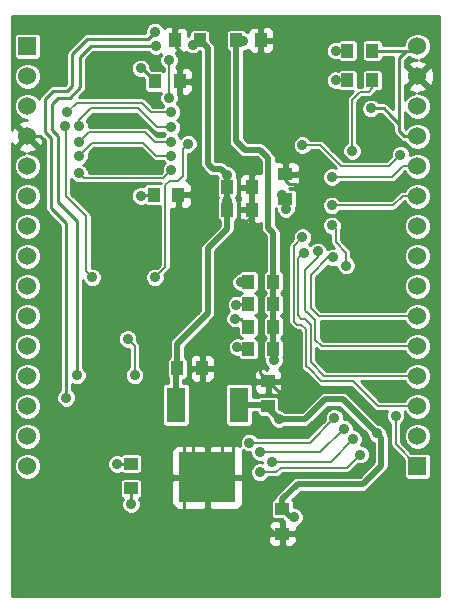
<source format=gbl>
G04 (created by PCBNEW (2013-07-07 BZR 4022)-stable) date 2015/10/26 20:25:39*
%MOIN*%
G04 Gerber Fmt 3.4, Leading zero omitted, Abs format*
%FSLAX34Y34*%
G01*
G70*
G90*
G04 APERTURE LIST*
%ADD10C,0.00590551*%
%ADD11R,0.0629921X0.11811*%
%ADD12R,0.19X0.165*%
%ADD13R,0.06X0.06*%
%ADD14C,0.06*%
%ADD15R,0.0393701X0.045*%
%ADD16R,0.045X0.0393701*%
%ADD17C,0.177165*%
%ADD18C,0.035*%
%ADD19C,0.02*%
%ADD20C,0.01*%
%ADD21C,0.005*%
G04 APERTURE END LIST*
G54D10*
G54D11*
X22942Y-24959D03*
X25057Y-24959D03*
G54D12*
X24000Y-27375D03*
G54D13*
X31000Y-27000D03*
G54D14*
X31000Y-26000D03*
X31000Y-25000D03*
X31000Y-24000D03*
X31000Y-23000D03*
X31000Y-22000D03*
X31000Y-21000D03*
X31000Y-20000D03*
X31000Y-19000D03*
X31000Y-18000D03*
X31000Y-17000D03*
X31000Y-16000D03*
X31000Y-15000D03*
X31000Y-14000D03*
X31000Y-13000D03*
G54D13*
X18000Y-13000D03*
G54D14*
X18000Y-14000D03*
X18000Y-15000D03*
X18000Y-16000D03*
X18000Y-17000D03*
X18000Y-18000D03*
X18000Y-19000D03*
X18000Y-20000D03*
X18000Y-21000D03*
X18000Y-22000D03*
X18000Y-23000D03*
X18000Y-24000D03*
X18000Y-25000D03*
X18000Y-26000D03*
X18000Y-27000D03*
G54D15*
X29488Y-14133D03*
X28661Y-14133D03*
X26193Y-21600D03*
X25366Y-21600D03*
X22204Y-17952D03*
X23031Y-17952D03*
X22244Y-14173D03*
X23070Y-14173D03*
X29488Y-13149D03*
X28661Y-13149D03*
X23743Y-12800D03*
X22916Y-12800D03*
X24956Y-12800D03*
X25783Y-12800D03*
G54D16*
X26496Y-28425D03*
X26496Y-29251D03*
G54D15*
X26193Y-20850D03*
X25366Y-20850D03*
X26193Y-22350D03*
X25366Y-22350D03*
X26193Y-23100D03*
X25366Y-23100D03*
G54D16*
X21450Y-27743D03*
X21450Y-26916D03*
X26600Y-18093D03*
X26600Y-17266D03*
G54D15*
X24656Y-17700D03*
X25483Y-17700D03*
X24656Y-18450D03*
X25483Y-18450D03*
G54D16*
X26023Y-25000D03*
X26023Y-24173D03*
G54D15*
X22992Y-23740D03*
X23818Y-23740D03*
G54D17*
X30314Y-29921D03*
X18897Y-29921D03*
G54D18*
X29645Y-25905D03*
X21456Y-28267D03*
X25196Y-12834D03*
X26377Y-25433D03*
X26220Y-23464D03*
X26889Y-28700D03*
X29448Y-15078D03*
X23503Y-12952D03*
X24645Y-18149D03*
X26614Y-18425D03*
X24656Y-17294D03*
X26496Y-17952D03*
X27204Y-19881D03*
X27677Y-19842D03*
X28188Y-20039D03*
X28149Y-18307D03*
X28149Y-17362D03*
X27165Y-19370D03*
X19291Y-24724D03*
X22244Y-12519D03*
X22283Y-12992D03*
X19645Y-23976D03*
X19330Y-15196D03*
X22795Y-15196D03*
X22795Y-15708D03*
X19724Y-15669D03*
X25748Y-26535D03*
X28543Y-25748D03*
X28858Y-26102D03*
X26141Y-26850D03*
X25748Y-27204D03*
X29094Y-26614D03*
X28818Y-16496D03*
X28149Y-18976D03*
X28622Y-20314D03*
X30275Y-25314D03*
X22795Y-16181D03*
X19724Y-16181D03*
X22716Y-13464D03*
X22716Y-14724D03*
X22795Y-16653D03*
X19724Y-16653D03*
X22795Y-17125D03*
X19724Y-17244D03*
X28228Y-25393D03*
X25393Y-26220D03*
X27165Y-16299D03*
X30433Y-16614D03*
X23346Y-16259D03*
X22244Y-20708D03*
X19251Y-15669D03*
X20157Y-20708D03*
X29133Y-20039D03*
X29133Y-30708D03*
X27952Y-30708D03*
X26771Y-30708D03*
X25590Y-30708D03*
X24409Y-30708D03*
X23228Y-30708D03*
X22047Y-30708D03*
X20866Y-30708D03*
X20393Y-15433D03*
X20393Y-16968D03*
X20393Y-14409D03*
X28149Y-15433D03*
X28149Y-14724D03*
X25196Y-18937D03*
X25472Y-17125D03*
X26417Y-12795D03*
X18897Y-19291D03*
X28464Y-28031D03*
X23543Y-19606D03*
X23425Y-21535D03*
X27086Y-23937D03*
X23425Y-15118D03*
X26968Y-22598D03*
X21062Y-25708D03*
X21023Y-28700D03*
X26600Y-16796D03*
X21338Y-22755D03*
X21574Y-23976D03*
X20984Y-26929D03*
X28267Y-14133D03*
X28267Y-13149D03*
X24960Y-21614D03*
X24921Y-22086D03*
X25000Y-23031D03*
X21771Y-13740D03*
X21771Y-17992D03*
X25118Y-20866D03*
G54D19*
X29173Y-27598D02*
X29789Y-26982D01*
X26496Y-28425D02*
X26496Y-28110D01*
X27007Y-27598D02*
X26496Y-28110D01*
X29173Y-27598D02*
X27007Y-27598D01*
X29789Y-26049D02*
X29645Y-25905D01*
X29789Y-26982D02*
X29789Y-26049D01*
X28503Y-24763D02*
X29645Y-25905D01*
X27244Y-25433D02*
X27913Y-24763D01*
X27913Y-24763D02*
X28503Y-24763D01*
X26377Y-25433D02*
X27244Y-25433D01*
G54D20*
X21450Y-28261D02*
X21450Y-27743D01*
X21456Y-28267D02*
X21450Y-28261D01*
X25162Y-12800D02*
X24956Y-12800D01*
X25196Y-12834D02*
X25162Y-12800D01*
G54D19*
X26193Y-20850D02*
X26193Y-19225D01*
X24956Y-16176D02*
X24956Y-12800D01*
X25236Y-16456D02*
X24956Y-16176D01*
X25748Y-16456D02*
X25236Y-16456D01*
X26023Y-16732D02*
X25748Y-16456D01*
X26023Y-19055D02*
X26023Y-16732D01*
X26193Y-19225D02*
X26023Y-19055D01*
X26193Y-21600D02*
X26193Y-20850D01*
X26193Y-22350D02*
X26193Y-21600D01*
X26193Y-23100D02*
X26193Y-22350D01*
X26193Y-23100D02*
X26220Y-23126D01*
X26220Y-23464D02*
X26220Y-23126D01*
X26496Y-28425D02*
X26771Y-28700D01*
X26771Y-28700D02*
X26889Y-28700D01*
X25057Y-24959D02*
X25904Y-24959D01*
X25904Y-24959D02*
X26377Y-25433D01*
G54D20*
X30393Y-15590D02*
X30118Y-15314D01*
X29881Y-15078D02*
X30118Y-15314D01*
X29448Y-15078D02*
X29881Y-15078D01*
X31000Y-16000D02*
X30566Y-16000D01*
X30566Y-16000D02*
X30393Y-15826D01*
X30393Y-15826D02*
X30393Y-15590D01*
X30393Y-13385D02*
X30629Y-13149D01*
X30393Y-15590D02*
X30393Y-13385D01*
X31000Y-13000D02*
X30850Y-13149D01*
X30850Y-13149D02*
X30629Y-13149D01*
X30629Y-13149D02*
X29488Y-13149D01*
X23656Y-12800D02*
X23743Y-12800D01*
X23503Y-12952D02*
X23656Y-12800D01*
X24645Y-18149D02*
X24656Y-18149D01*
X26600Y-18411D02*
X26614Y-18425D01*
X26600Y-18093D02*
X26600Y-18411D01*
G54D19*
X26600Y-18093D02*
X26600Y-18056D01*
G54D20*
X26496Y-17952D02*
X26600Y-18056D01*
G54D19*
X24656Y-17700D02*
X24656Y-17294D01*
X24015Y-13072D02*
X23743Y-12800D01*
X24015Y-16929D02*
X24015Y-13072D01*
X24173Y-17086D02*
X24015Y-16929D01*
X24448Y-17086D02*
X24173Y-17086D01*
X24656Y-17294D02*
X24448Y-17086D01*
X24656Y-18450D02*
X24656Y-18149D01*
X24656Y-18149D02*
X24656Y-17700D01*
X22992Y-23740D02*
X22992Y-22913D01*
X24656Y-19083D02*
X24656Y-18450D01*
X24015Y-19724D02*
X24656Y-19083D01*
X24015Y-21889D02*
X24015Y-19724D01*
X22992Y-22913D02*
X24015Y-21889D01*
X22942Y-24959D02*
X22942Y-23789D01*
X22942Y-23789D02*
X22992Y-23740D01*
G54D21*
X31000Y-24000D02*
X27897Y-24000D01*
X27017Y-20068D02*
X27204Y-19881D01*
X27017Y-21978D02*
X27017Y-20068D01*
X27125Y-22086D02*
X27017Y-21978D01*
X27244Y-22086D02*
X27125Y-22086D01*
X27440Y-22283D02*
X27244Y-22086D01*
X27440Y-23543D02*
X27440Y-22283D01*
X27897Y-24000D02*
X27440Y-23543D01*
X31000Y-23000D02*
X27803Y-23000D01*
X27677Y-20039D02*
X27677Y-19842D01*
X27244Y-20472D02*
X27677Y-20039D01*
X27244Y-21811D02*
X27244Y-20472D01*
X27283Y-21850D02*
X27244Y-21811D01*
X27322Y-21850D02*
X27283Y-21850D01*
X27598Y-22125D02*
X27322Y-21850D01*
X27598Y-22795D02*
X27598Y-22125D01*
X27803Y-23000D02*
X27598Y-22795D01*
X31000Y-22000D02*
X27701Y-22000D01*
X28031Y-20039D02*
X28188Y-20039D01*
X27440Y-20629D02*
X28031Y-20039D01*
X27440Y-21739D02*
X27440Y-20629D01*
X27701Y-22000D02*
X27440Y-21739D01*
X31000Y-18000D02*
X30503Y-18000D01*
X30196Y-18307D02*
X28149Y-18307D01*
X30503Y-18000D02*
X30196Y-18307D01*
X31000Y-17000D02*
X30519Y-17000D01*
X30157Y-17362D02*
X28149Y-17362D01*
X30519Y-17000D02*
X30157Y-17362D01*
X31000Y-25000D02*
X29685Y-25000D01*
X26867Y-19667D02*
X27165Y-19370D01*
X26867Y-22182D02*
X26867Y-19667D01*
X26968Y-22283D02*
X26867Y-22182D01*
X27125Y-22283D02*
X26968Y-22283D01*
X27283Y-22440D02*
X27125Y-22283D01*
X27283Y-23661D02*
X27283Y-22440D01*
X27401Y-23779D02*
X27283Y-23661D01*
X27401Y-23779D02*
X27401Y-23779D01*
X27795Y-24173D02*
X27401Y-23779D01*
X28858Y-24173D02*
X27795Y-24173D01*
X29685Y-25000D02*
X28858Y-24173D01*
G54D20*
X22244Y-12519D02*
X22007Y-12755D01*
X22007Y-12755D02*
X20000Y-12755D01*
X20000Y-12755D02*
X19488Y-13267D01*
X19488Y-13267D02*
X19488Y-14330D01*
X19488Y-14330D02*
X19330Y-14488D01*
X19330Y-14488D02*
X18858Y-14488D01*
X18858Y-14488D02*
X18582Y-14763D01*
X18582Y-14763D02*
X18582Y-15866D01*
X18582Y-15866D02*
X18779Y-16062D01*
X18779Y-16062D02*
X18779Y-18385D01*
X18779Y-18385D02*
X19291Y-18897D01*
X19291Y-18897D02*
X19291Y-24330D01*
X19291Y-24724D02*
X19291Y-24330D01*
X20118Y-12992D02*
X22283Y-12992D01*
X19763Y-13346D02*
X20118Y-12992D01*
X19763Y-14370D02*
X19763Y-13346D01*
X19409Y-14724D02*
X19763Y-14370D01*
X19015Y-14724D02*
X19409Y-14724D01*
X18818Y-14921D02*
X19015Y-14724D01*
X18818Y-15787D02*
X18818Y-14921D01*
X19015Y-15984D02*
X18818Y-15787D01*
X19015Y-18188D02*
X19015Y-15984D01*
X19645Y-18818D02*
X19015Y-18188D01*
X19645Y-23976D02*
X19645Y-18818D01*
G54D21*
X19330Y-15196D02*
X19645Y-14881D01*
X22125Y-15196D02*
X22795Y-15196D01*
X21811Y-14881D02*
X22125Y-15196D01*
X19645Y-14881D02*
X21811Y-14881D01*
X22795Y-15708D02*
X22322Y-15708D01*
X19724Y-15472D02*
X19724Y-15669D01*
X20118Y-15078D02*
X19724Y-15472D01*
X21692Y-15078D02*
X20118Y-15078D01*
X22322Y-15708D02*
X21692Y-15078D01*
X19763Y-15708D02*
X19724Y-15669D01*
X27755Y-26535D02*
X25748Y-26535D01*
X28543Y-25748D02*
X27755Y-26535D01*
X28858Y-26102D02*
X28110Y-26850D01*
X28110Y-26850D02*
X26141Y-26850D01*
X26299Y-27204D02*
X25748Y-27204D01*
X29094Y-26614D02*
X28661Y-27047D01*
X28661Y-27047D02*
X26456Y-27047D01*
X26456Y-27047D02*
X26299Y-27204D01*
X29488Y-14409D02*
X29488Y-14133D01*
X29370Y-14527D02*
X29488Y-14409D01*
X29094Y-14527D02*
X29370Y-14527D01*
X28818Y-14803D02*
X29094Y-14527D01*
X28818Y-16496D02*
X28818Y-14803D01*
X28622Y-20314D02*
X28622Y-19881D01*
X30275Y-26275D02*
X31000Y-27000D01*
X30275Y-26275D02*
X30275Y-25314D01*
X28267Y-19094D02*
X28149Y-18976D01*
X28267Y-19527D02*
X28267Y-19094D01*
X28622Y-19881D02*
X28267Y-19527D01*
X22795Y-16181D02*
X22244Y-16181D01*
X20039Y-15866D02*
X19724Y-16181D01*
X21929Y-15866D02*
X20039Y-15866D01*
X22244Y-16181D02*
X21929Y-15866D01*
X22716Y-14724D02*
X22716Y-13464D01*
X22795Y-16653D02*
X22283Y-16653D01*
X20157Y-16220D02*
X19724Y-16653D01*
X21850Y-16220D02*
X20157Y-16220D01*
X22283Y-16653D02*
X21850Y-16220D01*
X22795Y-17125D02*
X22519Y-17401D01*
X19881Y-17401D02*
X19724Y-17244D01*
X22519Y-17401D02*
X19881Y-17401D01*
X28228Y-25393D02*
X27401Y-26220D01*
X27401Y-26220D02*
X25393Y-26220D01*
X28464Y-17007D02*
X30039Y-17007D01*
X27165Y-16299D02*
X27755Y-16299D01*
X27755Y-16299D02*
X28031Y-16574D01*
X28031Y-16574D02*
X28031Y-16574D01*
X28031Y-16574D02*
X28464Y-17007D01*
X30039Y-17007D02*
X30433Y-16614D01*
X23346Y-16259D02*
X23188Y-16417D01*
X22598Y-17637D02*
X22598Y-20354D01*
X23188Y-16417D02*
X23188Y-17322D01*
X23188Y-17322D02*
X23031Y-17480D01*
X23031Y-17480D02*
X22755Y-17480D01*
X22755Y-17480D02*
X22598Y-17637D01*
X22598Y-20354D02*
X22244Y-20708D01*
X19291Y-15708D02*
X19251Y-15669D01*
X19291Y-17992D02*
X19291Y-15708D01*
X19960Y-18661D02*
X19291Y-17992D01*
X19960Y-20511D02*
X19960Y-18661D01*
X20157Y-20708D02*
X19960Y-20511D01*
X27125Y-18464D02*
X27283Y-18464D01*
X29133Y-19173D02*
X29133Y-20039D01*
X28582Y-18622D02*
X29133Y-19173D01*
X27440Y-18622D02*
X28582Y-18622D01*
X27283Y-18464D02*
X27440Y-18622D01*
G54D20*
X27952Y-30708D02*
X29133Y-30708D01*
X25590Y-30708D02*
X26771Y-30708D01*
X23228Y-30708D02*
X24409Y-30708D01*
X20866Y-30708D02*
X22047Y-30708D01*
X28149Y-14724D02*
X28149Y-15433D01*
G54D21*
X25472Y-17165D02*
X25472Y-17125D01*
X25787Y-12795D02*
X25783Y-12800D01*
X26417Y-12795D02*
X25787Y-12795D01*
G54D20*
X23070Y-14173D02*
X23503Y-14173D01*
X23503Y-14173D02*
X23700Y-14370D01*
X23031Y-17952D02*
X23661Y-17952D01*
X23661Y-17952D02*
X23976Y-17637D01*
X18000Y-16000D02*
X18401Y-16000D01*
X18897Y-18858D02*
X18897Y-19291D01*
X18503Y-18464D02*
X18897Y-18858D01*
X18503Y-16102D02*
X18503Y-18464D01*
X18401Y-16000D02*
X18503Y-16102D01*
X28464Y-28031D02*
X28464Y-27952D01*
X23557Y-19620D02*
X23765Y-19620D01*
X23543Y-19606D02*
X23557Y-19620D01*
X23740Y-21141D02*
X23765Y-21141D01*
X23765Y-21167D02*
X23740Y-21141D01*
X23765Y-21194D02*
X23765Y-21167D01*
X23425Y-21535D02*
X23765Y-21194D01*
X28385Y-25039D02*
X29291Y-25944D01*
X29291Y-25944D02*
X29291Y-26102D01*
X29291Y-26102D02*
X29527Y-26338D01*
X29527Y-26338D02*
X29527Y-26733D01*
X29527Y-26733D02*
X28977Y-27283D01*
X28977Y-27283D02*
X26771Y-27283D01*
X25157Y-25826D02*
X25551Y-25826D01*
X24842Y-26532D02*
X24000Y-27375D01*
X24842Y-26141D02*
X24842Y-26532D01*
X25157Y-25826D02*
X24842Y-26141D01*
X26771Y-27283D02*
X25984Y-28070D01*
X28070Y-25039D02*
X28385Y-25039D01*
X27874Y-25236D02*
X28070Y-25039D01*
X27874Y-25433D02*
X27874Y-25236D01*
X27261Y-26045D02*
X27874Y-25433D01*
X25769Y-26045D02*
X27261Y-26045D01*
X25551Y-25826D02*
X25769Y-26045D01*
X27007Y-23858D02*
X26692Y-23858D01*
X27086Y-23937D02*
X27007Y-23858D01*
X25984Y-28976D02*
X25984Y-28070D01*
X26811Y-24960D02*
X27322Y-24960D01*
X26023Y-24173D02*
X26811Y-24960D01*
X26968Y-29251D02*
X26496Y-29251D01*
X27244Y-28976D02*
X26968Y-29251D01*
X27244Y-28267D02*
X27244Y-28976D01*
X27559Y-27952D02*
X27244Y-28267D01*
X29212Y-27952D02*
X28464Y-27952D01*
X28464Y-27952D02*
X27559Y-27952D01*
X30039Y-27125D02*
X29212Y-27952D01*
X30039Y-25629D02*
X30039Y-27125D01*
X28923Y-24513D02*
X30039Y-25629D01*
X27769Y-24513D02*
X28923Y-24513D01*
X27322Y-24960D02*
X27769Y-24513D01*
X23464Y-15118D02*
X23700Y-15354D01*
X23425Y-15118D02*
X23464Y-15118D01*
X26889Y-22598D02*
X26692Y-22795D01*
X26968Y-22598D02*
X26889Y-22598D01*
X22362Y-25787D02*
X21141Y-25787D01*
X21141Y-25787D02*
X21062Y-25708D01*
X21023Y-28700D02*
X23031Y-28700D01*
X23031Y-28700D02*
X23228Y-28503D01*
X23228Y-28503D02*
X23228Y-28146D01*
X23228Y-28146D02*
X24000Y-27375D01*
X26811Y-18818D02*
X26771Y-18818D01*
X26771Y-18818D02*
X26692Y-18897D01*
X26600Y-17466D02*
X26600Y-17266D01*
X26600Y-17466D02*
X26732Y-17598D01*
X26732Y-17598D02*
X26929Y-17598D01*
X26929Y-17598D02*
X27125Y-17795D01*
X27125Y-17795D02*
X27125Y-18464D01*
X27125Y-18464D02*
X27125Y-18503D01*
X27125Y-18503D02*
X26811Y-18818D01*
X26692Y-18897D02*
X26692Y-22795D01*
X26023Y-24173D02*
X26377Y-24173D01*
X26692Y-23858D02*
X26377Y-24173D01*
X26692Y-22795D02*
X26692Y-23858D01*
X25483Y-18450D02*
X25483Y-19026D01*
X25748Y-23897D02*
X26023Y-24173D01*
X25748Y-19291D02*
X25748Y-23897D01*
X25483Y-19026D02*
X25748Y-19291D01*
X26600Y-17266D02*
X26600Y-16796D01*
X25783Y-12800D02*
X25783Y-13114D01*
X25905Y-16102D02*
X26600Y-16796D01*
X25433Y-16102D02*
X25905Y-16102D01*
X25275Y-15944D02*
X25433Y-16102D01*
X25275Y-13346D02*
X25275Y-15944D01*
X25354Y-13267D02*
X25275Y-13346D01*
X25629Y-13267D02*
X25354Y-13267D01*
X25783Y-13114D02*
X25629Y-13267D01*
X22916Y-12800D02*
X22916Y-12995D01*
X23700Y-17362D02*
X23976Y-17637D01*
X23976Y-17637D02*
X24251Y-17913D01*
X23700Y-13464D02*
X23700Y-14370D01*
X23700Y-14370D02*
X23700Y-15354D01*
X23700Y-15354D02*
X23700Y-17362D01*
X23543Y-13307D02*
X23700Y-13464D01*
X23228Y-13307D02*
X23543Y-13307D01*
X22916Y-12995D02*
X23228Y-13307D01*
X24448Y-12480D02*
X24566Y-12362D01*
X24566Y-12362D02*
X25669Y-12362D01*
X25669Y-12362D02*
X25783Y-12475D01*
X25783Y-12475D02*
X25783Y-12800D01*
X24330Y-12362D02*
X23031Y-12362D01*
X25483Y-17175D02*
X25472Y-17165D01*
X25472Y-17165D02*
X25039Y-16732D01*
X25039Y-16732D02*
X24645Y-16732D01*
X24645Y-16732D02*
X24448Y-16535D01*
X24448Y-16535D02*
X24448Y-12480D01*
X24448Y-12480D02*
X24330Y-12362D01*
X25483Y-17700D02*
X25483Y-17175D01*
X22916Y-12476D02*
X22916Y-12800D01*
X23031Y-12362D02*
X22916Y-12476D01*
X23228Y-26603D02*
X24000Y-27375D01*
X23228Y-26102D02*
X23228Y-26603D01*
X23031Y-25905D02*
X23228Y-26102D01*
X22480Y-25905D02*
X23031Y-25905D01*
X22362Y-25787D02*
X22480Y-25905D01*
X24251Y-17913D02*
X24251Y-19133D01*
X24251Y-19133D02*
X23765Y-19620D01*
X23765Y-19620D02*
X23765Y-21141D01*
X23765Y-21141D02*
X23765Y-21706D01*
X22362Y-24212D02*
X22362Y-25787D01*
X22598Y-23976D02*
X22362Y-24212D01*
X22598Y-22874D02*
X22598Y-23976D01*
X23765Y-21706D02*
X22598Y-22874D01*
X26023Y-24173D02*
X24685Y-24173D01*
X24685Y-24173D02*
X24488Y-24370D01*
X24488Y-24370D02*
X24488Y-26886D01*
X24488Y-26886D02*
X24000Y-27375D01*
X23818Y-23740D02*
X23543Y-23740D01*
X23543Y-23740D02*
X23425Y-23858D01*
X26496Y-29251D02*
X26259Y-29251D01*
X26259Y-29251D02*
X25984Y-28976D01*
X25483Y-18450D02*
X25483Y-18650D01*
X23503Y-26878D02*
X24000Y-27375D01*
X23425Y-23858D02*
X23425Y-24173D01*
X23425Y-24173D02*
X23503Y-24251D01*
X23503Y-24251D02*
X23503Y-26878D01*
X23425Y-22913D02*
X23425Y-23858D01*
X24291Y-22047D02*
X23425Y-22913D01*
X24291Y-19842D02*
X24291Y-22047D01*
X25483Y-18650D02*
X25196Y-18937D01*
X25196Y-18937D02*
X24291Y-19842D01*
G54D19*
X25483Y-17700D02*
X25483Y-18450D01*
G54D21*
X21574Y-22992D02*
X21338Y-22755D01*
X21574Y-23976D02*
X21574Y-22992D01*
G54D20*
X21450Y-26916D02*
X20996Y-26916D01*
X20996Y-26916D02*
X20984Y-26929D01*
G54D21*
X28661Y-14133D02*
X28267Y-14133D01*
X28661Y-13149D02*
X28267Y-13149D01*
G54D20*
X25366Y-21600D02*
X24974Y-21600D01*
X24974Y-21600D02*
X24960Y-21614D01*
X25366Y-22350D02*
X25103Y-22086D01*
X25103Y-22086D02*
X24921Y-22086D01*
X25366Y-23100D02*
X25068Y-23100D01*
X25068Y-23100D02*
X25000Y-23031D01*
X21771Y-13740D02*
X21811Y-13740D01*
X21811Y-13740D02*
X22244Y-14173D01*
X22204Y-17952D02*
X21811Y-17952D01*
X21811Y-17952D02*
X21771Y-17992D01*
X25366Y-20850D02*
X25134Y-20850D01*
X25134Y-20850D02*
X25118Y-20866D01*
G54D10*
G36*
X22541Y-13836D02*
X22526Y-13821D01*
X22470Y-13798D01*
X22411Y-13798D01*
X22151Y-13798D01*
X22096Y-13742D01*
X22096Y-13675D01*
X22047Y-13556D01*
X21955Y-13464D01*
X21836Y-13415D01*
X21707Y-13415D01*
X21587Y-13464D01*
X21496Y-13555D01*
X21446Y-13675D01*
X21446Y-13804D01*
X21495Y-13924D01*
X21587Y-14015D01*
X21706Y-14065D01*
X21836Y-14065D01*
X21848Y-14060D01*
X21897Y-14109D01*
X21897Y-14427D01*
X21920Y-14483D01*
X21962Y-14525D01*
X22017Y-14548D01*
X22076Y-14548D01*
X22437Y-14548D01*
X22391Y-14659D01*
X22391Y-14788D01*
X22440Y-14908D01*
X22532Y-14999D01*
X22532Y-14999D01*
X22519Y-15012D01*
X22516Y-15021D01*
X22198Y-15021D01*
X21934Y-14758D01*
X21877Y-14720D01*
X21811Y-14706D01*
X19709Y-14706D01*
X19905Y-14511D01*
X19948Y-14446D01*
X19948Y-14446D01*
X19963Y-14370D01*
X19963Y-13429D01*
X20200Y-13192D01*
X22023Y-13192D01*
X22099Y-13267D01*
X22218Y-13317D01*
X22347Y-13317D01*
X22443Y-13277D01*
X22441Y-13280D01*
X22391Y-13399D01*
X22391Y-13528D01*
X22440Y-13648D01*
X22532Y-13739D01*
X22541Y-13743D01*
X22541Y-13836D01*
X22541Y-13836D01*
G37*
G54D20*
X22541Y-13836D02*
X22526Y-13821D01*
X22470Y-13798D01*
X22411Y-13798D01*
X22151Y-13798D01*
X22096Y-13742D01*
X22096Y-13675D01*
X22047Y-13556D01*
X21955Y-13464D01*
X21836Y-13415D01*
X21707Y-13415D01*
X21587Y-13464D01*
X21496Y-13555D01*
X21446Y-13675D01*
X21446Y-13804D01*
X21495Y-13924D01*
X21587Y-14015D01*
X21706Y-14065D01*
X21836Y-14065D01*
X21848Y-14060D01*
X21897Y-14109D01*
X21897Y-14427D01*
X21920Y-14483D01*
X21962Y-14525D01*
X22017Y-14548D01*
X22076Y-14548D01*
X22437Y-14548D01*
X22391Y-14659D01*
X22391Y-14788D01*
X22440Y-14908D01*
X22532Y-14999D01*
X22532Y-14999D01*
X22519Y-15012D01*
X22516Y-15021D01*
X22198Y-15021D01*
X21934Y-14758D01*
X21877Y-14720D01*
X21811Y-14706D01*
X19709Y-14706D01*
X19905Y-14511D01*
X19948Y-14446D01*
X19948Y-14446D01*
X19963Y-14370D01*
X19963Y-13429D01*
X20200Y-13192D01*
X22023Y-13192D01*
X22099Y-13267D01*
X22218Y-13317D01*
X22347Y-13317D01*
X22443Y-13277D01*
X22441Y-13280D01*
X22391Y-13399D01*
X22391Y-13528D01*
X22440Y-13648D01*
X22532Y-13739D01*
X22541Y-13743D01*
X22541Y-13836D01*
G54D10*
G36*
X22571Y-15944D02*
X22519Y-15996D01*
X22516Y-16006D01*
X22316Y-16006D01*
X22052Y-15742D01*
X21996Y-15704D01*
X21929Y-15691D01*
X20049Y-15691D01*
X20049Y-15604D01*
X20000Y-15485D01*
X19979Y-15464D01*
X20190Y-15253D01*
X21620Y-15253D01*
X22199Y-15832D01*
X22199Y-15832D01*
X22255Y-15870D01*
X22322Y-15883D01*
X22515Y-15883D01*
X22519Y-15892D01*
X22571Y-15944D01*
X22571Y-15944D01*
G37*
G54D20*
X22571Y-15944D02*
X22519Y-15996D01*
X22516Y-16006D01*
X22316Y-16006D01*
X22052Y-15742D01*
X21996Y-15704D01*
X21929Y-15691D01*
X20049Y-15691D01*
X20049Y-15604D01*
X20000Y-15485D01*
X19979Y-15464D01*
X20190Y-15253D01*
X21620Y-15253D01*
X22199Y-15832D01*
X22199Y-15832D01*
X22255Y-15870D01*
X22322Y-15883D01*
X22515Y-15883D01*
X22519Y-15892D01*
X22571Y-15944D01*
G54D10*
G36*
X22571Y-16889D02*
X22519Y-16941D01*
X22470Y-17061D01*
X22470Y-17190D01*
X22474Y-17199D01*
X22447Y-17226D01*
X20049Y-17226D01*
X20049Y-17179D01*
X20000Y-17060D01*
X19908Y-16968D01*
X19860Y-16948D01*
X19908Y-16929D01*
X19999Y-16837D01*
X20049Y-16718D01*
X20049Y-16589D01*
X20045Y-16579D01*
X20229Y-16395D01*
X21777Y-16395D01*
X22159Y-16777D01*
X22159Y-16777D01*
X22216Y-16815D01*
X22283Y-16828D01*
X22283Y-16828D01*
X22515Y-16828D01*
X22519Y-16837D01*
X22571Y-16889D01*
X22571Y-16889D01*
G37*
G54D20*
X22571Y-16889D02*
X22519Y-16941D01*
X22470Y-17061D01*
X22470Y-17190D01*
X22474Y-17199D01*
X22447Y-17226D01*
X20049Y-17226D01*
X20049Y-17179D01*
X20000Y-17060D01*
X19908Y-16968D01*
X19860Y-16948D01*
X19908Y-16929D01*
X19999Y-16837D01*
X20049Y-16718D01*
X20049Y-16589D01*
X20045Y-16579D01*
X20229Y-16395D01*
X21777Y-16395D01*
X22159Y-16777D01*
X22159Y-16777D01*
X22216Y-16815D01*
X22283Y-16828D01*
X22283Y-16828D01*
X22515Y-16828D01*
X22519Y-16837D01*
X22571Y-16889D01*
G54D10*
G36*
X31720Y-31326D02*
X31554Y-31326D01*
X31554Y-14081D01*
X31543Y-13863D01*
X31481Y-13712D01*
X31385Y-13684D01*
X31070Y-14000D01*
X31385Y-14315D01*
X31481Y-14287D01*
X31554Y-14081D01*
X31554Y-31326D01*
X31450Y-31326D01*
X31450Y-25910D01*
X31450Y-24910D01*
X31381Y-24745D01*
X31255Y-24618D01*
X31089Y-24550D01*
X30910Y-24549D01*
X30745Y-24618D01*
X30618Y-24744D01*
X30585Y-24825D01*
X29757Y-24825D01*
X29107Y-24175D01*
X30585Y-24175D01*
X30618Y-24254D01*
X30744Y-24381D01*
X30910Y-24449D01*
X31089Y-24450D01*
X31254Y-24381D01*
X31381Y-24255D01*
X31449Y-24089D01*
X31450Y-23910D01*
X31381Y-23745D01*
X31255Y-23618D01*
X31089Y-23550D01*
X30910Y-23549D01*
X30745Y-23618D01*
X30618Y-23744D01*
X30585Y-23825D01*
X27970Y-23825D01*
X27615Y-23470D01*
X27615Y-23060D01*
X27679Y-23123D01*
X27736Y-23161D01*
X27736Y-23161D01*
X27803Y-23175D01*
X30585Y-23175D01*
X30618Y-23254D01*
X30744Y-23381D01*
X30910Y-23449D01*
X31089Y-23450D01*
X31254Y-23381D01*
X31381Y-23255D01*
X31449Y-23089D01*
X31450Y-22910D01*
X31381Y-22745D01*
X31255Y-22618D01*
X31089Y-22550D01*
X30910Y-22549D01*
X30745Y-22618D01*
X30618Y-22744D01*
X30585Y-22825D01*
X27875Y-22825D01*
X27773Y-22722D01*
X27773Y-22175D01*
X30585Y-22175D01*
X30618Y-22254D01*
X30744Y-22381D01*
X30910Y-22449D01*
X31089Y-22450D01*
X31254Y-22381D01*
X31381Y-22255D01*
X31449Y-22089D01*
X31450Y-21910D01*
X31450Y-20910D01*
X31450Y-19910D01*
X31450Y-18910D01*
X31450Y-17910D01*
X31450Y-16910D01*
X31450Y-15910D01*
X31381Y-15745D01*
X31255Y-15618D01*
X31089Y-15550D01*
X30910Y-15549D01*
X30745Y-15618D01*
X30618Y-15744D01*
X30611Y-15761D01*
X30593Y-15743D01*
X30593Y-15590D01*
X30593Y-15195D01*
X30618Y-15254D01*
X30744Y-15381D01*
X30910Y-15449D01*
X31089Y-15450D01*
X31254Y-15381D01*
X31381Y-15255D01*
X31449Y-15089D01*
X31450Y-14910D01*
X31381Y-14745D01*
X31255Y-14618D01*
X31089Y-14550D01*
X31013Y-14550D01*
X31136Y-14543D01*
X31287Y-14481D01*
X31315Y-14385D01*
X31000Y-14070D01*
X30684Y-14385D01*
X30712Y-14481D01*
X30907Y-14551D01*
X30745Y-14618D01*
X30618Y-14744D01*
X30593Y-14805D01*
X30593Y-14309D01*
X30614Y-14315D01*
X30929Y-14000D01*
X30614Y-13684D01*
X30593Y-13690D01*
X30593Y-13468D01*
X30712Y-13349D01*
X30713Y-13349D01*
X30744Y-13381D01*
X30910Y-13449D01*
X30986Y-13449D01*
X30863Y-13456D01*
X30712Y-13518D01*
X30684Y-13614D01*
X31000Y-13929D01*
X31315Y-13614D01*
X31287Y-13518D01*
X31092Y-13448D01*
X31254Y-13381D01*
X31381Y-13255D01*
X31449Y-13089D01*
X31450Y-12910D01*
X31381Y-12745D01*
X31255Y-12618D01*
X31089Y-12550D01*
X30910Y-12549D01*
X30745Y-12618D01*
X30618Y-12744D01*
X30550Y-12910D01*
X30550Y-12949D01*
X29835Y-12949D01*
X29835Y-12894D01*
X29812Y-12839D01*
X29770Y-12797D01*
X29715Y-12774D01*
X29655Y-12774D01*
X29261Y-12774D01*
X29206Y-12797D01*
X29164Y-12839D01*
X29141Y-12894D01*
X29141Y-12954D01*
X29141Y-13404D01*
X29164Y-13459D01*
X29206Y-13501D01*
X29261Y-13524D01*
X29321Y-13524D01*
X29714Y-13524D01*
X29769Y-13501D01*
X29812Y-13459D01*
X29835Y-13404D01*
X29835Y-13349D01*
X30200Y-13349D01*
X30193Y-13385D01*
X30193Y-15107D01*
X30023Y-14937D01*
X29958Y-14893D01*
X29881Y-14878D01*
X29835Y-14878D01*
X29835Y-14329D01*
X29835Y-13879D01*
X29812Y-13824D01*
X29770Y-13781D01*
X29715Y-13758D01*
X29655Y-13758D01*
X29261Y-13758D01*
X29206Y-13781D01*
X29164Y-13823D01*
X29141Y-13878D01*
X29141Y-13938D01*
X29141Y-14352D01*
X29094Y-14352D01*
X29027Y-14365D01*
X29008Y-14378D01*
X29008Y-14329D01*
X29008Y-13879D01*
X29008Y-13344D01*
X29008Y-12894D01*
X28985Y-12839D01*
X28943Y-12797D01*
X28888Y-12774D01*
X28828Y-12774D01*
X28434Y-12774D01*
X28379Y-12797D01*
X28346Y-12830D01*
X28332Y-12824D01*
X28203Y-12824D01*
X28083Y-12873D01*
X27992Y-12965D01*
X27942Y-13084D01*
X27942Y-13213D01*
X27992Y-13333D01*
X28083Y-13424D01*
X28202Y-13474D01*
X28332Y-13474D01*
X28346Y-13468D01*
X28379Y-13501D01*
X28434Y-13524D01*
X28494Y-13524D01*
X28887Y-13524D01*
X28943Y-13501D01*
X28985Y-13459D01*
X29008Y-13404D01*
X29008Y-13344D01*
X29008Y-13879D01*
X28985Y-13824D01*
X28943Y-13781D01*
X28888Y-13758D01*
X28828Y-13758D01*
X28434Y-13758D01*
X28379Y-13781D01*
X28346Y-13814D01*
X28332Y-13808D01*
X28203Y-13808D01*
X28083Y-13858D01*
X27992Y-13949D01*
X27942Y-14068D01*
X27942Y-14198D01*
X27992Y-14317D01*
X28083Y-14409D01*
X28202Y-14458D01*
X28332Y-14458D01*
X28346Y-14452D01*
X28379Y-14485D01*
X28434Y-14508D01*
X28494Y-14508D01*
X28865Y-14508D01*
X28695Y-14679D01*
X28657Y-14736D01*
X28643Y-14803D01*
X28643Y-16216D01*
X28635Y-16220D01*
X28543Y-16311D01*
X28493Y-16431D01*
X28493Y-16560D01*
X28543Y-16679D01*
X28634Y-16771D01*
X28753Y-16821D01*
X28883Y-16821D01*
X29002Y-16771D01*
X29094Y-16680D01*
X29143Y-16560D01*
X29143Y-16431D01*
X29094Y-16312D01*
X29003Y-16220D01*
X28993Y-16216D01*
X28993Y-14875D01*
X29166Y-14702D01*
X29370Y-14702D01*
X29437Y-14689D01*
X29437Y-14689D01*
X29493Y-14651D01*
X29611Y-14533D01*
X29628Y-14508D01*
X29628Y-14508D01*
X29714Y-14508D01*
X29769Y-14486D01*
X29812Y-14443D01*
X29835Y-14388D01*
X29835Y-14329D01*
X29835Y-14878D01*
X29708Y-14878D01*
X29633Y-14803D01*
X29513Y-14753D01*
X29384Y-14753D01*
X29264Y-14803D01*
X29173Y-14894D01*
X29123Y-15013D01*
X29123Y-15143D01*
X29173Y-15262D01*
X29264Y-15354D01*
X29383Y-15403D01*
X29513Y-15403D01*
X29632Y-15354D01*
X29708Y-15278D01*
X29799Y-15278D01*
X29976Y-15456D01*
X30193Y-15673D01*
X30193Y-15826D01*
X30208Y-15903D01*
X30252Y-15968D01*
X30425Y-16141D01*
X30425Y-16141D01*
X30468Y-16170D01*
X30490Y-16184D01*
X30490Y-16184D01*
X30566Y-16199D01*
X30566Y-16200D01*
X30595Y-16200D01*
X30618Y-16254D01*
X30744Y-16381D01*
X30910Y-16449D01*
X31089Y-16450D01*
X31254Y-16381D01*
X31381Y-16255D01*
X31449Y-16089D01*
X31450Y-15910D01*
X31450Y-16910D01*
X31381Y-16745D01*
X31255Y-16618D01*
X31089Y-16550D01*
X30910Y-16549D01*
X30758Y-16613D01*
X30758Y-16549D01*
X30708Y-16430D01*
X30617Y-16338D01*
X30498Y-16289D01*
X30368Y-16289D01*
X30249Y-16338D01*
X30157Y-16429D01*
X30108Y-16549D01*
X30108Y-16678D01*
X30111Y-16687D01*
X29966Y-16832D01*
X28537Y-16832D01*
X28155Y-16451D01*
X27879Y-16175D01*
X27822Y-16137D01*
X27755Y-16124D01*
X27444Y-16124D01*
X27441Y-16115D01*
X27349Y-16023D01*
X27230Y-15974D01*
X27100Y-15974D01*
X26981Y-16023D01*
X26889Y-16114D01*
X26840Y-16234D01*
X26840Y-16363D01*
X26889Y-16483D01*
X26981Y-16574D01*
X27100Y-16624D01*
X27229Y-16624D01*
X27349Y-16574D01*
X27440Y-16483D01*
X27444Y-16474D01*
X27683Y-16474D01*
X27907Y-16698D01*
X28269Y-17059D01*
X28214Y-17037D01*
X28085Y-17037D01*
X27965Y-17086D01*
X27874Y-17177D01*
X27824Y-17297D01*
X27824Y-17426D01*
X27873Y-17546D01*
X27965Y-17637D01*
X28084Y-17687D01*
X28213Y-17687D01*
X28333Y-17637D01*
X28424Y-17546D01*
X28428Y-17537D01*
X30157Y-17537D01*
X30224Y-17523D01*
X30224Y-17523D01*
X30281Y-17485D01*
X30587Y-17179D01*
X30618Y-17254D01*
X30744Y-17381D01*
X30910Y-17449D01*
X31089Y-17450D01*
X31254Y-17381D01*
X31381Y-17255D01*
X31449Y-17089D01*
X31450Y-16910D01*
X31450Y-17910D01*
X31381Y-17745D01*
X31255Y-17618D01*
X31089Y-17550D01*
X30910Y-17549D01*
X30745Y-17618D01*
X30618Y-17744D01*
X30585Y-17825D01*
X30503Y-17825D01*
X30436Y-17838D01*
X30380Y-17876D01*
X30124Y-18132D01*
X28428Y-18132D01*
X28425Y-18123D01*
X28333Y-18031D01*
X28214Y-17982D01*
X28085Y-17982D01*
X27965Y-18031D01*
X27874Y-18122D01*
X27824Y-18242D01*
X27824Y-18371D01*
X27873Y-18490D01*
X27965Y-18582D01*
X28084Y-18632D01*
X28213Y-18632D01*
X28333Y-18582D01*
X28424Y-18491D01*
X28428Y-18482D01*
X30196Y-18482D01*
X30263Y-18468D01*
X30263Y-18468D01*
X30320Y-18430D01*
X30576Y-18175D01*
X30585Y-18175D01*
X30618Y-18254D01*
X30744Y-18381D01*
X30910Y-18449D01*
X31089Y-18450D01*
X31254Y-18381D01*
X31381Y-18255D01*
X31449Y-18089D01*
X31450Y-17910D01*
X31450Y-18910D01*
X31381Y-18745D01*
X31255Y-18618D01*
X31089Y-18550D01*
X30910Y-18549D01*
X30745Y-18618D01*
X30618Y-18744D01*
X30550Y-18910D01*
X30549Y-19089D01*
X30618Y-19254D01*
X30744Y-19381D01*
X30910Y-19449D01*
X31089Y-19450D01*
X31254Y-19381D01*
X31381Y-19255D01*
X31449Y-19089D01*
X31450Y-18910D01*
X31450Y-19910D01*
X31381Y-19745D01*
X31255Y-19618D01*
X31089Y-19550D01*
X30910Y-19549D01*
X30745Y-19618D01*
X30618Y-19744D01*
X30550Y-19910D01*
X30549Y-20089D01*
X30618Y-20254D01*
X30744Y-20381D01*
X30910Y-20449D01*
X31089Y-20450D01*
X31254Y-20381D01*
X31381Y-20255D01*
X31449Y-20089D01*
X31450Y-19910D01*
X31450Y-20910D01*
X31381Y-20745D01*
X31255Y-20618D01*
X31089Y-20550D01*
X30910Y-20549D01*
X30745Y-20618D01*
X30618Y-20744D01*
X30550Y-20910D01*
X30549Y-21089D01*
X30618Y-21254D01*
X30744Y-21381D01*
X30910Y-21449D01*
X31089Y-21450D01*
X31254Y-21381D01*
X31381Y-21255D01*
X31449Y-21089D01*
X31450Y-20910D01*
X31450Y-21910D01*
X31381Y-21745D01*
X31255Y-21618D01*
X31089Y-21550D01*
X30910Y-21549D01*
X30745Y-21618D01*
X30618Y-21744D01*
X30585Y-21825D01*
X27773Y-21825D01*
X27615Y-21667D01*
X27615Y-20702D01*
X28004Y-20314D01*
X28004Y-20314D01*
X28124Y-20364D01*
X28253Y-20364D01*
X28297Y-20346D01*
X28296Y-20379D01*
X28346Y-20498D01*
X28437Y-20590D01*
X28557Y-20639D01*
X28686Y-20640D01*
X28805Y-20590D01*
X28897Y-20499D01*
X28946Y-20379D01*
X28947Y-20250D01*
X28897Y-20131D01*
X28806Y-20039D01*
X28797Y-20035D01*
X28797Y-19881D01*
X28783Y-19814D01*
X28783Y-19814D01*
X28745Y-19758D01*
X28442Y-19455D01*
X28442Y-19117D01*
X28474Y-19041D01*
X28474Y-18912D01*
X28425Y-18792D01*
X28333Y-18701D01*
X28214Y-18651D01*
X28085Y-18651D01*
X27965Y-18700D01*
X27874Y-18792D01*
X27824Y-18911D01*
X27824Y-19040D01*
X27873Y-19160D01*
X27965Y-19251D01*
X28084Y-19301D01*
X28092Y-19301D01*
X28092Y-19527D01*
X28106Y-19594D01*
X28143Y-19651D01*
X28207Y-19714D01*
X28124Y-19714D01*
X28005Y-19763D01*
X27998Y-19769D01*
X27952Y-19658D01*
X27861Y-19567D01*
X27742Y-19517D01*
X27612Y-19517D01*
X27493Y-19566D01*
X27421Y-19638D01*
X27389Y-19606D01*
X27388Y-19606D01*
X27440Y-19554D01*
X27490Y-19435D01*
X27490Y-19305D01*
X27441Y-19186D01*
X27349Y-19094D01*
X27230Y-19045D01*
X27100Y-19045D01*
X27075Y-19055D01*
X27075Y-17513D01*
X27075Y-17020D01*
X27037Y-16928D01*
X26966Y-16858D01*
X26874Y-16820D01*
X26775Y-16820D01*
X26712Y-16820D01*
X26650Y-16882D01*
X26650Y-17216D01*
X27012Y-17216D01*
X27075Y-17154D01*
X27075Y-17020D01*
X27075Y-17513D01*
X27075Y-17379D01*
X27012Y-17316D01*
X26650Y-17316D01*
X26650Y-17324D01*
X26550Y-17324D01*
X26550Y-17316D01*
X26542Y-17316D01*
X26542Y-17216D01*
X26550Y-17216D01*
X26550Y-16882D01*
X26487Y-16820D01*
X26424Y-16820D01*
X26325Y-16820D01*
X26273Y-16841D01*
X26273Y-16732D01*
X26254Y-16636D01*
X26254Y-16636D01*
X26232Y-16604D01*
X26229Y-16599D01*
X26229Y-12975D01*
X26229Y-12624D01*
X26229Y-12525D01*
X26191Y-12433D01*
X26121Y-12362D01*
X26029Y-12324D01*
X25895Y-12325D01*
X25833Y-12387D01*
X25833Y-12750D01*
X26167Y-12750D01*
X26229Y-12687D01*
X26229Y-12624D01*
X26229Y-12975D01*
X26229Y-12912D01*
X26167Y-12850D01*
X25833Y-12850D01*
X25833Y-13212D01*
X25895Y-13275D01*
X26029Y-13275D01*
X26121Y-13237D01*
X26191Y-13166D01*
X26229Y-13074D01*
X26229Y-12975D01*
X26229Y-16599D01*
X26200Y-16555D01*
X26200Y-16555D01*
X25924Y-16279D01*
X25843Y-16225D01*
X25748Y-16206D01*
X25339Y-16206D01*
X25206Y-16073D01*
X25206Y-13165D01*
X25220Y-13159D01*
X25261Y-13159D01*
X25355Y-13120D01*
X25374Y-13166D01*
X25444Y-13237D01*
X25536Y-13275D01*
X25670Y-13275D01*
X25733Y-13212D01*
X25733Y-12850D01*
X25725Y-12850D01*
X25725Y-12750D01*
X25733Y-12750D01*
X25733Y-12387D01*
X25670Y-12325D01*
X25536Y-12324D01*
X25444Y-12362D01*
X25374Y-12433D01*
X25336Y-12525D01*
X25336Y-12540D01*
X25293Y-12523D01*
X25280Y-12490D01*
X25238Y-12447D01*
X25183Y-12425D01*
X25123Y-12424D01*
X24729Y-12424D01*
X24674Y-12447D01*
X24632Y-12489D01*
X24609Y-12545D01*
X24609Y-12604D01*
X24609Y-13054D01*
X24632Y-13109D01*
X24674Y-13152D01*
X24706Y-13165D01*
X24706Y-16176D01*
X24725Y-16272D01*
X24779Y-16353D01*
X25059Y-16633D01*
X25059Y-16633D01*
X25140Y-16687D01*
X25140Y-16687D01*
X25217Y-16702D01*
X25236Y-16706D01*
X25236Y-16706D01*
X25236Y-16706D01*
X25644Y-16706D01*
X25773Y-16835D01*
X25773Y-17243D01*
X25729Y-17224D01*
X25595Y-17225D01*
X25533Y-17287D01*
X25533Y-17650D01*
X25540Y-17650D01*
X25540Y-17750D01*
X25533Y-17750D01*
X25533Y-18037D01*
X25533Y-18112D01*
X25533Y-18400D01*
X25540Y-18400D01*
X25540Y-18500D01*
X25533Y-18500D01*
X25533Y-18862D01*
X25595Y-18925D01*
X25729Y-18925D01*
X25773Y-18906D01*
X25773Y-19055D01*
X25792Y-19150D01*
X25846Y-19231D01*
X25943Y-19328D01*
X25943Y-20484D01*
X25911Y-20497D01*
X25869Y-20539D01*
X25846Y-20595D01*
X25846Y-20654D01*
X25846Y-21104D01*
X25869Y-21159D01*
X25911Y-21202D01*
X25943Y-21215D01*
X25943Y-21234D01*
X25911Y-21247D01*
X25869Y-21289D01*
X25846Y-21345D01*
X25846Y-21404D01*
X25846Y-21854D01*
X25869Y-21909D01*
X25911Y-21952D01*
X25943Y-21965D01*
X25943Y-21984D01*
X25911Y-21997D01*
X25869Y-22039D01*
X25846Y-22095D01*
X25846Y-22154D01*
X25846Y-22604D01*
X25869Y-22659D01*
X25911Y-22702D01*
X25943Y-22715D01*
X25943Y-22734D01*
X25911Y-22747D01*
X25869Y-22789D01*
X25846Y-22845D01*
X25846Y-22904D01*
X25846Y-23354D01*
X25869Y-23409D01*
X25895Y-23435D01*
X25895Y-23528D01*
X25944Y-23648D01*
X26022Y-23726D01*
X25973Y-23726D01*
X25973Y-23788D01*
X25911Y-23726D01*
X25848Y-23726D01*
X25748Y-23726D01*
X25713Y-23740D01*
X25713Y-23295D01*
X25713Y-22845D01*
X25691Y-22790D01*
X25648Y-22747D01*
X25593Y-22725D01*
X25593Y-22725D01*
X25648Y-22702D01*
X25690Y-22660D01*
X25713Y-22604D01*
X25713Y-22545D01*
X25713Y-22095D01*
X25691Y-22040D01*
X25648Y-21997D01*
X25593Y-21975D01*
X25593Y-21975D01*
X25648Y-21952D01*
X25690Y-21910D01*
X25713Y-21854D01*
X25713Y-21795D01*
X25713Y-21345D01*
X25691Y-21290D01*
X25648Y-21247D01*
X25593Y-21225D01*
X25593Y-21225D01*
X25648Y-21202D01*
X25690Y-21160D01*
X25713Y-21104D01*
X25713Y-21045D01*
X25713Y-20595D01*
X25691Y-20540D01*
X25648Y-20497D01*
X25593Y-20475D01*
X25534Y-20474D01*
X25433Y-20474D01*
X25433Y-18862D01*
X25433Y-18500D01*
X25433Y-18400D01*
X25433Y-18112D01*
X25433Y-18037D01*
X25433Y-17750D01*
X25433Y-17650D01*
X25433Y-17287D01*
X25370Y-17225D01*
X25236Y-17224D01*
X25144Y-17262D01*
X25074Y-17333D01*
X25036Y-17425D01*
X25036Y-17524D01*
X25036Y-17587D01*
X25098Y-17650D01*
X25433Y-17650D01*
X25433Y-17750D01*
X25098Y-17750D01*
X25036Y-17812D01*
X25036Y-17875D01*
X25036Y-17974D01*
X25074Y-18066D01*
X25082Y-18075D01*
X25074Y-18083D01*
X25036Y-18175D01*
X25036Y-18274D01*
X25036Y-18337D01*
X25098Y-18400D01*
X25433Y-18400D01*
X25433Y-18500D01*
X25098Y-18500D01*
X25036Y-18562D01*
X25036Y-18625D01*
X25036Y-18724D01*
X25074Y-18816D01*
X25144Y-18887D01*
X25236Y-18925D01*
X25370Y-18925D01*
X25433Y-18862D01*
X25433Y-20474D01*
X25140Y-20474D01*
X25085Y-20497D01*
X25042Y-20539D01*
X25040Y-20546D01*
X25003Y-20561D01*
X25003Y-18645D01*
X25003Y-18195D01*
X24980Y-18140D01*
X24970Y-18130D01*
X24970Y-18085D01*
X24951Y-18038D01*
X24980Y-18010D01*
X25003Y-17954D01*
X25003Y-17895D01*
X25003Y-17445D01*
X24980Y-17390D01*
X24971Y-17381D01*
X24981Y-17359D01*
X24981Y-17229D01*
X24931Y-17110D01*
X24840Y-17018D01*
X24721Y-16969D01*
X24684Y-16969D01*
X24625Y-16909D01*
X24544Y-16855D01*
X24448Y-16836D01*
X24276Y-16836D01*
X24265Y-16825D01*
X24265Y-13072D01*
X24246Y-12976D01*
X24246Y-12976D01*
X24192Y-12895D01*
X24192Y-12895D01*
X24090Y-12793D01*
X24090Y-12545D01*
X24067Y-12490D01*
X24025Y-12447D01*
X23970Y-12425D01*
X23910Y-12424D01*
X23517Y-12424D01*
X23461Y-12447D01*
X23419Y-12489D01*
X23396Y-12545D01*
X23396Y-12604D01*
X23396Y-12645D01*
X23363Y-12659D01*
X23363Y-12624D01*
X23363Y-12525D01*
X23325Y-12433D01*
X23255Y-12362D01*
X23163Y-12324D01*
X23029Y-12325D01*
X22966Y-12387D01*
X22966Y-12750D01*
X22974Y-12750D01*
X22974Y-12850D01*
X22966Y-12850D01*
X22966Y-12857D01*
X22866Y-12857D01*
X22866Y-12850D01*
X22859Y-12850D01*
X22859Y-12750D01*
X22866Y-12750D01*
X22866Y-12387D01*
X22804Y-12325D01*
X22670Y-12324D01*
X22578Y-12362D01*
X22544Y-12396D01*
X22519Y-12335D01*
X22428Y-12244D01*
X22309Y-12194D01*
X22179Y-12194D01*
X22060Y-12244D01*
X21968Y-12335D01*
X21919Y-12454D01*
X21919Y-12555D01*
X20000Y-12555D01*
X19923Y-12571D01*
X19901Y-12585D01*
X19858Y-12614D01*
X19346Y-13126D01*
X19303Y-13191D01*
X19288Y-13267D01*
X19288Y-14247D01*
X19247Y-14288D01*
X18858Y-14288D01*
X18781Y-14303D01*
X18760Y-14317D01*
X18716Y-14346D01*
X18450Y-14613D01*
X18450Y-13910D01*
X18450Y-13910D01*
X18450Y-13270D01*
X18450Y-12670D01*
X18427Y-12615D01*
X18385Y-12572D01*
X18329Y-12550D01*
X18270Y-12549D01*
X17670Y-12549D01*
X17615Y-12572D01*
X17572Y-12614D01*
X17550Y-12670D01*
X17549Y-12729D01*
X17549Y-13329D01*
X17572Y-13384D01*
X17614Y-13427D01*
X17670Y-13449D01*
X17729Y-13450D01*
X18329Y-13450D01*
X18384Y-13427D01*
X18427Y-13385D01*
X18449Y-13329D01*
X18450Y-13270D01*
X18450Y-13910D01*
X18381Y-13745D01*
X18255Y-13618D01*
X18089Y-13550D01*
X17910Y-13549D01*
X17745Y-13618D01*
X17618Y-13744D01*
X17550Y-13910D01*
X17549Y-14089D01*
X17618Y-14254D01*
X17744Y-14381D01*
X17910Y-14449D01*
X18089Y-14450D01*
X18254Y-14381D01*
X18381Y-14255D01*
X18449Y-14089D01*
X18450Y-13910D01*
X18450Y-14613D01*
X18441Y-14622D01*
X18397Y-14687D01*
X18384Y-14752D01*
X18381Y-14745D01*
X18255Y-14618D01*
X18089Y-14550D01*
X17910Y-14549D01*
X17745Y-14618D01*
X17618Y-14744D01*
X17550Y-14910D01*
X17549Y-15089D01*
X17618Y-15254D01*
X17744Y-15381D01*
X17910Y-15449D01*
X17986Y-15449D01*
X17863Y-15456D01*
X17712Y-15518D01*
X17684Y-15614D01*
X18000Y-15929D01*
X18005Y-15923D01*
X18076Y-15994D01*
X18070Y-16000D01*
X18385Y-16315D01*
X18481Y-16287D01*
X18544Y-16110D01*
X18579Y-16145D01*
X18579Y-18385D01*
X18594Y-18462D01*
X18638Y-18527D01*
X19091Y-18980D01*
X19091Y-24330D01*
X19091Y-24464D01*
X19015Y-24540D01*
X18966Y-24659D01*
X18966Y-24788D01*
X19015Y-24908D01*
X19107Y-24999D01*
X19226Y-25049D01*
X19355Y-25049D01*
X19475Y-25000D01*
X19566Y-24908D01*
X19616Y-24789D01*
X19616Y-24660D01*
X19567Y-24540D01*
X19491Y-24464D01*
X19491Y-24330D01*
X19491Y-24264D01*
X19580Y-24301D01*
X19710Y-24301D01*
X19829Y-24252D01*
X19921Y-24160D01*
X19970Y-24041D01*
X19970Y-23912D01*
X19921Y-23792D01*
X19845Y-23716D01*
X19845Y-20805D01*
X19881Y-20892D01*
X19973Y-20984D01*
X20092Y-21033D01*
X20221Y-21033D01*
X20341Y-20984D01*
X20432Y-20892D01*
X20482Y-20773D01*
X20482Y-20644D01*
X20433Y-20524D01*
X20341Y-20433D01*
X20222Y-20383D01*
X20135Y-20383D01*
X20135Y-18661D01*
X20122Y-18594D01*
X20122Y-18594D01*
X20084Y-18537D01*
X19466Y-17919D01*
X19466Y-17445D01*
X19540Y-17519D01*
X19659Y-17569D01*
X19788Y-17569D01*
X19810Y-17560D01*
X19814Y-17563D01*
X19881Y-17576D01*
X22435Y-17576D01*
X22435Y-17579D01*
X22431Y-17577D01*
X22371Y-17577D01*
X21978Y-17577D01*
X21923Y-17600D01*
X21880Y-17642D01*
X21865Y-17679D01*
X21836Y-17667D01*
X21707Y-17667D01*
X21587Y-17716D01*
X21496Y-17807D01*
X21446Y-17927D01*
X21446Y-18056D01*
X21495Y-18175D01*
X21587Y-18267D01*
X21706Y-18317D01*
X21836Y-18317D01*
X21906Y-18288D01*
X21922Y-18304D01*
X21977Y-18327D01*
X22037Y-18327D01*
X22423Y-18327D01*
X22423Y-20281D01*
X22317Y-20387D01*
X22309Y-20383D01*
X22179Y-20383D01*
X22060Y-20432D01*
X21968Y-20524D01*
X21919Y-20643D01*
X21919Y-20773D01*
X21968Y-20892D01*
X22059Y-20984D01*
X22179Y-21033D01*
X22308Y-21033D01*
X22427Y-20984D01*
X22519Y-20892D01*
X22569Y-20773D01*
X22569Y-20644D01*
X22565Y-20634D01*
X22722Y-20478D01*
X22760Y-20421D01*
X22760Y-20421D01*
X22773Y-20354D01*
X22773Y-18422D01*
X22785Y-18427D01*
X22918Y-18427D01*
X22981Y-18365D01*
X22981Y-18002D01*
X22973Y-18002D01*
X22973Y-17902D01*
X22981Y-17902D01*
X22981Y-17894D01*
X23081Y-17894D01*
X23081Y-17902D01*
X23415Y-17902D01*
X23478Y-17840D01*
X23478Y-17777D01*
X23478Y-17677D01*
X23440Y-17585D01*
X23369Y-17515D01*
X23280Y-17478D01*
X23312Y-17446D01*
X23350Y-17389D01*
X23363Y-17322D01*
X23363Y-16584D01*
X23410Y-16584D01*
X23530Y-16535D01*
X23621Y-16444D01*
X23671Y-16324D01*
X23671Y-16195D01*
X23622Y-16075D01*
X23530Y-15984D01*
X23517Y-15979D01*
X23517Y-14348D01*
X23517Y-13997D01*
X23517Y-13898D01*
X23479Y-13806D01*
X23409Y-13736D01*
X23317Y-13698D01*
X23183Y-13698D01*
X23120Y-13760D01*
X23120Y-14123D01*
X23455Y-14123D01*
X23517Y-14060D01*
X23517Y-13997D01*
X23517Y-14348D01*
X23517Y-14285D01*
X23455Y-14223D01*
X23120Y-14223D01*
X23120Y-14585D01*
X23183Y-14648D01*
X23317Y-14648D01*
X23409Y-14610D01*
X23479Y-14540D01*
X23517Y-14448D01*
X23517Y-14348D01*
X23517Y-15979D01*
X23411Y-15934D01*
X23282Y-15934D01*
X23162Y-15984D01*
X23093Y-16052D01*
X23070Y-15997D01*
X23018Y-15944D01*
X23070Y-15892D01*
X23120Y-15773D01*
X23120Y-15644D01*
X23070Y-15524D01*
X22998Y-15452D01*
X23070Y-15381D01*
X23120Y-15261D01*
X23120Y-15132D01*
X23070Y-15012D01*
X22979Y-14921D01*
X22979Y-14921D01*
X22991Y-14908D01*
X23041Y-14789D01*
X23041Y-14660D01*
X23013Y-14592D01*
X23020Y-14585D01*
X23020Y-14223D01*
X23012Y-14223D01*
X23012Y-14123D01*
X23020Y-14123D01*
X23020Y-13760D01*
X22958Y-13698D01*
X22942Y-13698D01*
X22991Y-13648D01*
X23041Y-13529D01*
X23041Y-13400D01*
X22992Y-13280D01*
X22966Y-13255D01*
X22966Y-13212D01*
X23029Y-13275D01*
X23163Y-13275D01*
X23255Y-13237D01*
X23291Y-13200D01*
X23319Y-13228D01*
X23439Y-13277D01*
X23568Y-13277D01*
X23687Y-13228D01*
X23741Y-13175D01*
X23765Y-13175D01*
X23765Y-13175D01*
X23765Y-16929D01*
X23784Y-17024D01*
X23838Y-17105D01*
X23996Y-17263D01*
X24077Y-17317D01*
X24077Y-17317D01*
X24173Y-17336D01*
X24331Y-17336D01*
X24331Y-17358D01*
X24340Y-17381D01*
X24332Y-17389D01*
X24309Y-17445D01*
X24309Y-17504D01*
X24309Y-17954D01*
X24332Y-18009D01*
X24346Y-18023D01*
X24320Y-18084D01*
X24320Y-18168D01*
X24309Y-18195D01*
X24309Y-18254D01*
X24309Y-18704D01*
X24332Y-18759D01*
X24374Y-18802D01*
X24406Y-18815D01*
X24406Y-18980D01*
X23838Y-19547D01*
X23784Y-19628D01*
X23765Y-19724D01*
X23765Y-21786D01*
X23671Y-21880D01*
X23478Y-22073D01*
X23478Y-18128D01*
X23478Y-18065D01*
X23415Y-18002D01*
X23081Y-18002D01*
X23081Y-18365D01*
X23143Y-18427D01*
X23277Y-18427D01*
X23369Y-18389D01*
X23440Y-18319D01*
X23478Y-18227D01*
X23478Y-18128D01*
X23478Y-22073D01*
X22815Y-22736D01*
X22761Y-22817D01*
X22742Y-22913D01*
X22742Y-23374D01*
X22710Y-23387D01*
X22668Y-23430D01*
X22645Y-23485D01*
X22645Y-23544D01*
X22645Y-23994D01*
X22668Y-24050D01*
X22692Y-24074D01*
X22692Y-24218D01*
X22597Y-24218D01*
X22542Y-24241D01*
X22500Y-24283D01*
X22477Y-24338D01*
X22477Y-24398D01*
X22477Y-25579D01*
X22500Y-25634D01*
X22542Y-25677D01*
X22597Y-25699D01*
X22657Y-25700D01*
X23287Y-25700D01*
X23342Y-25677D01*
X23384Y-25635D01*
X23407Y-25579D01*
X23407Y-25520D01*
X23407Y-24339D01*
X23384Y-24284D01*
X23342Y-24241D01*
X23287Y-24218D01*
X23227Y-24218D01*
X23192Y-24218D01*
X23192Y-24115D01*
X23218Y-24115D01*
X23273Y-24092D01*
X23316Y-24050D01*
X23338Y-23995D01*
X23339Y-23935D01*
X23339Y-23485D01*
X23316Y-23430D01*
X23274Y-23388D01*
X23242Y-23374D01*
X23242Y-23016D01*
X24192Y-22066D01*
X24246Y-21985D01*
X24246Y-21985D01*
X24265Y-21889D01*
X24265Y-19827D01*
X24833Y-19260D01*
X24833Y-19260D01*
X24833Y-19260D01*
X24865Y-19212D01*
X24887Y-19179D01*
X24887Y-19179D01*
X24906Y-19083D01*
X24906Y-18815D01*
X24938Y-18802D01*
X24980Y-18760D01*
X25003Y-18704D01*
X25003Y-18645D01*
X25003Y-20561D01*
X24934Y-20590D01*
X24842Y-20681D01*
X24793Y-20801D01*
X24793Y-20930D01*
X24842Y-21049D01*
X24933Y-21141D01*
X25053Y-21191D01*
X25074Y-21191D01*
X25084Y-21202D01*
X25140Y-21224D01*
X25140Y-21224D01*
X25085Y-21247D01*
X25042Y-21289D01*
X25040Y-21295D01*
X25025Y-21289D01*
X24896Y-21289D01*
X24776Y-21338D01*
X24685Y-21429D01*
X24635Y-21549D01*
X24635Y-21678D01*
X24684Y-21798D01*
X24717Y-21830D01*
X24645Y-21902D01*
X24596Y-22021D01*
X24596Y-22150D01*
X24645Y-22270D01*
X24736Y-22361D01*
X24856Y-22411D01*
X24985Y-22411D01*
X25020Y-22397D01*
X25020Y-22604D01*
X25042Y-22659D01*
X25084Y-22702D01*
X25140Y-22724D01*
X25140Y-22724D01*
X25124Y-22731D01*
X25064Y-22706D01*
X24935Y-22706D01*
X24816Y-22755D01*
X24724Y-22847D01*
X24675Y-22966D01*
X24674Y-23095D01*
X24724Y-23215D01*
X24815Y-23306D01*
X24935Y-23356D01*
X25020Y-23356D01*
X25042Y-23409D01*
X25084Y-23452D01*
X25140Y-23474D01*
X25199Y-23475D01*
X25593Y-23475D01*
X25648Y-23452D01*
X25690Y-23410D01*
X25713Y-23354D01*
X25713Y-23295D01*
X25713Y-23740D01*
X25656Y-23764D01*
X25586Y-23834D01*
X25548Y-23926D01*
X25548Y-24060D01*
X25611Y-24123D01*
X25973Y-24123D01*
X25973Y-24115D01*
X26073Y-24115D01*
X26073Y-24123D01*
X26436Y-24123D01*
X26498Y-24060D01*
X26498Y-23926D01*
X26460Y-23834D01*
X26390Y-23764D01*
X26368Y-23755D01*
X26404Y-23740D01*
X26495Y-23648D01*
X26545Y-23529D01*
X26545Y-23400D01*
X26533Y-23371D01*
X26540Y-23354D01*
X26540Y-23295D01*
X26540Y-22845D01*
X26517Y-22790D01*
X26475Y-22747D01*
X26443Y-22734D01*
X26443Y-22715D01*
X26475Y-22702D01*
X26517Y-22660D01*
X26540Y-22604D01*
X26540Y-22545D01*
X26540Y-22095D01*
X26517Y-22040D01*
X26475Y-21997D01*
X26443Y-21984D01*
X26443Y-21965D01*
X26475Y-21952D01*
X26517Y-21910D01*
X26540Y-21854D01*
X26540Y-21795D01*
X26540Y-21345D01*
X26517Y-21290D01*
X26475Y-21247D01*
X26443Y-21234D01*
X26443Y-21215D01*
X26475Y-21202D01*
X26517Y-21160D01*
X26540Y-21104D01*
X26540Y-21045D01*
X26540Y-20595D01*
X26517Y-20540D01*
X26475Y-20497D01*
X26443Y-20484D01*
X26443Y-19225D01*
X26424Y-19129D01*
X26370Y-19048D01*
X26273Y-18951D01*
X26273Y-18401D01*
X26289Y-18416D01*
X26289Y-18489D01*
X26338Y-18609D01*
X26429Y-18700D01*
X26549Y-18750D01*
X26678Y-18750D01*
X26798Y-18700D01*
X26889Y-18609D01*
X26939Y-18490D01*
X26939Y-18388D01*
X26952Y-18375D01*
X26974Y-18320D01*
X26975Y-18260D01*
X26975Y-17867D01*
X26952Y-17811D01*
X26910Y-17769D01*
X26854Y-17746D01*
X26795Y-17746D01*
X26749Y-17746D01*
X26716Y-17713D01*
X26775Y-17713D01*
X26874Y-17713D01*
X26966Y-17675D01*
X27037Y-17605D01*
X27075Y-17513D01*
X27075Y-19055D01*
X26981Y-19094D01*
X26889Y-19185D01*
X26840Y-19305D01*
X26840Y-19434D01*
X26844Y-19443D01*
X26744Y-19543D01*
X26706Y-19600D01*
X26692Y-19667D01*
X26692Y-22182D01*
X26706Y-22249D01*
X26744Y-22306D01*
X26844Y-22407D01*
X26844Y-22407D01*
X26901Y-22445D01*
X26968Y-22458D01*
X26968Y-22458D01*
X26968Y-22458D01*
X27053Y-22458D01*
X27108Y-22513D01*
X27108Y-23661D01*
X27121Y-23728D01*
X27159Y-23785D01*
X27277Y-23903D01*
X27671Y-24296D01*
X27728Y-24334D01*
X27795Y-24348D01*
X28785Y-24348D01*
X29561Y-25123D01*
X29618Y-25161D01*
X29685Y-25175D01*
X29981Y-25175D01*
X29950Y-25250D01*
X29950Y-25379D01*
X29999Y-25498D01*
X30091Y-25590D01*
X30100Y-25594D01*
X30100Y-26275D01*
X30113Y-26342D01*
X30151Y-26399D01*
X30549Y-26797D01*
X30549Y-27329D01*
X30572Y-27384D01*
X30614Y-27427D01*
X30670Y-27449D01*
X30729Y-27450D01*
X31329Y-27450D01*
X31384Y-27427D01*
X31427Y-27385D01*
X31449Y-27329D01*
X31450Y-27270D01*
X31450Y-26670D01*
X31427Y-26615D01*
X31385Y-26572D01*
X31329Y-26550D01*
X31270Y-26549D01*
X30797Y-26549D01*
X30450Y-26203D01*
X30450Y-25594D01*
X30459Y-25590D01*
X30550Y-25499D01*
X30600Y-25379D01*
X30600Y-25250D01*
X30569Y-25175D01*
X30585Y-25175D01*
X30618Y-25254D01*
X30744Y-25381D01*
X30910Y-25449D01*
X31089Y-25450D01*
X31254Y-25381D01*
X31381Y-25255D01*
X31449Y-25089D01*
X31450Y-24910D01*
X31450Y-25910D01*
X31381Y-25745D01*
X31255Y-25618D01*
X31089Y-25550D01*
X30910Y-25549D01*
X30745Y-25618D01*
X30618Y-25744D01*
X30550Y-25910D01*
X30549Y-26089D01*
X30618Y-26254D01*
X30744Y-26381D01*
X30910Y-26449D01*
X31089Y-26450D01*
X31254Y-26381D01*
X31381Y-26255D01*
X31449Y-26089D01*
X31450Y-25910D01*
X31450Y-31326D01*
X30039Y-31326D01*
X30039Y-26982D01*
X30039Y-26049D01*
X30020Y-25953D01*
X29970Y-25879D01*
X29970Y-25841D01*
X29921Y-25721D01*
X29830Y-25630D01*
X29710Y-25580D01*
X29674Y-25580D01*
X28680Y-24587D01*
X28599Y-24532D01*
X28503Y-24513D01*
X27913Y-24513D01*
X27817Y-24532D01*
X27736Y-24587D01*
X27140Y-25183D01*
X26587Y-25183D01*
X26562Y-25157D01*
X26498Y-25131D01*
X26498Y-24419D01*
X26498Y-24285D01*
X26436Y-24223D01*
X26073Y-24223D01*
X26073Y-24557D01*
X26136Y-24620D01*
X26199Y-24620D01*
X26298Y-24620D01*
X26390Y-24581D01*
X26460Y-24511D01*
X26498Y-24419D01*
X26498Y-25131D01*
X26442Y-25108D01*
X26406Y-25108D01*
X26398Y-25100D01*
X26398Y-24773D01*
X26375Y-24718D01*
X26333Y-24676D01*
X26278Y-24653D01*
X26218Y-24653D01*
X25973Y-24653D01*
X25973Y-24557D01*
X25973Y-24223D01*
X25611Y-24223D01*
X25548Y-24285D01*
X25548Y-24419D01*
X25586Y-24511D01*
X25656Y-24581D01*
X25748Y-24620D01*
X25848Y-24620D01*
X25911Y-24620D01*
X25973Y-24557D01*
X25973Y-24653D01*
X25768Y-24653D01*
X25713Y-24675D01*
X25680Y-24709D01*
X25522Y-24709D01*
X25522Y-24339D01*
X25499Y-24284D01*
X25457Y-24241D01*
X25402Y-24218D01*
X25342Y-24218D01*
X24712Y-24218D01*
X24657Y-24241D01*
X24615Y-24283D01*
X24592Y-24338D01*
X24592Y-24398D01*
X24592Y-25579D01*
X24615Y-25634D01*
X24657Y-25677D01*
X24712Y-25699D01*
X24772Y-25700D01*
X25402Y-25700D01*
X25457Y-25677D01*
X25499Y-25635D01*
X25522Y-25579D01*
X25522Y-25520D01*
X25522Y-25209D01*
X25648Y-25209D01*
X25648Y-25226D01*
X25671Y-25281D01*
X25713Y-25323D01*
X25768Y-25346D01*
X25828Y-25346D01*
X25938Y-25346D01*
X26052Y-25461D01*
X26052Y-25497D01*
X26102Y-25616D01*
X26193Y-25708D01*
X26313Y-25758D01*
X26442Y-25758D01*
X26561Y-25708D01*
X26587Y-25683D01*
X27244Y-25683D01*
X27339Y-25664D01*
X27420Y-25609D01*
X28016Y-25013D01*
X28400Y-25013D01*
X29320Y-25934D01*
X29320Y-25969D01*
X29369Y-26089D01*
X29461Y-26180D01*
X29539Y-26213D01*
X29539Y-26878D01*
X29419Y-26998D01*
X29419Y-26549D01*
X29370Y-26430D01*
X29278Y-26338D01*
X29159Y-26289D01*
X29131Y-26289D01*
X29133Y-26286D01*
X29183Y-26167D01*
X29183Y-26037D01*
X29133Y-25918D01*
X29042Y-25827D01*
X28923Y-25777D01*
X28868Y-25777D01*
X28868Y-25683D01*
X28818Y-25564D01*
X28727Y-25472D01*
X28608Y-25423D01*
X28553Y-25423D01*
X28553Y-25329D01*
X28504Y-25209D01*
X28412Y-25118D01*
X28293Y-25068D01*
X28163Y-25068D01*
X28044Y-25118D01*
X27952Y-25209D01*
X27903Y-25328D01*
X27903Y-25458D01*
X27907Y-25467D01*
X27329Y-26045D01*
X25673Y-26045D01*
X25669Y-26036D01*
X25578Y-25945D01*
X25458Y-25895D01*
X25329Y-25895D01*
X25209Y-25944D01*
X25118Y-26036D01*
X25068Y-26155D01*
X25068Y-26284D01*
X25090Y-26337D01*
X24999Y-26299D01*
X24265Y-26299D01*
X24265Y-23915D01*
X24265Y-23564D01*
X24265Y-23465D01*
X24227Y-23373D01*
X24157Y-23303D01*
X24065Y-23265D01*
X23931Y-23265D01*
X23868Y-23327D01*
X23868Y-23690D01*
X24203Y-23690D01*
X24265Y-23627D01*
X24265Y-23564D01*
X24265Y-23915D01*
X24265Y-23852D01*
X24203Y-23790D01*
X23868Y-23790D01*
X23868Y-24152D01*
X23931Y-24215D01*
X24065Y-24215D01*
X24157Y-24177D01*
X24227Y-24106D01*
X24265Y-24015D01*
X24265Y-23915D01*
X24265Y-26299D01*
X24112Y-26300D01*
X24050Y-26362D01*
X24050Y-27325D01*
X25137Y-27325D01*
X25200Y-27262D01*
X25200Y-26599D01*
X25199Y-26500D01*
X25190Y-26476D01*
X25209Y-26495D01*
X25328Y-26545D01*
X25423Y-26545D01*
X25422Y-26599D01*
X25472Y-26719D01*
X25563Y-26810D01*
X25683Y-26860D01*
X25812Y-26860D01*
X25816Y-26858D01*
X25816Y-26881D01*
X25812Y-26879D01*
X25683Y-26879D01*
X25564Y-26929D01*
X25472Y-27020D01*
X25423Y-27139D01*
X25422Y-27269D01*
X25472Y-27388D01*
X25563Y-27480D01*
X25683Y-27529D01*
X25812Y-27529D01*
X25931Y-27480D01*
X26023Y-27389D01*
X26027Y-27379D01*
X26299Y-27379D01*
X26366Y-27366D01*
X26366Y-27366D01*
X26422Y-27328D01*
X26529Y-27222D01*
X28661Y-27222D01*
X28728Y-27208D01*
X28728Y-27208D01*
X28785Y-27170D01*
X29020Y-26935D01*
X29029Y-26939D01*
X29158Y-26939D01*
X29278Y-26889D01*
X29369Y-26798D01*
X29419Y-26679D01*
X29419Y-26549D01*
X29419Y-26998D01*
X29069Y-27348D01*
X27007Y-27348D01*
X26912Y-27367D01*
X26831Y-27421D01*
X26831Y-27421D01*
X26319Y-27933D01*
X26265Y-28014D01*
X26252Y-28078D01*
X26241Y-28078D01*
X26186Y-28101D01*
X26143Y-28143D01*
X26121Y-28198D01*
X26121Y-28258D01*
X26121Y-28651D01*
X26143Y-28706D01*
X26185Y-28749D01*
X26241Y-28772D01*
X26300Y-28772D01*
X26489Y-28772D01*
X26565Y-28848D01*
X26546Y-28867D01*
X26546Y-29201D01*
X26908Y-29201D01*
X26971Y-29139D01*
X26971Y-29018D01*
X27073Y-28976D01*
X27165Y-28885D01*
X27214Y-28765D01*
X27214Y-28636D01*
X27165Y-28516D01*
X27074Y-28425D01*
X26954Y-28375D01*
X26871Y-28375D01*
X26871Y-28198D01*
X26848Y-28143D01*
X26832Y-28127D01*
X27111Y-27848D01*
X29173Y-27848D01*
X29268Y-27829D01*
X29350Y-27775D01*
X29966Y-27159D01*
X30020Y-27077D01*
X30020Y-27077D01*
X30039Y-26982D01*
X30039Y-31326D01*
X29921Y-31326D01*
X26971Y-31326D01*
X26971Y-29498D01*
X26971Y-29364D01*
X26908Y-29301D01*
X26546Y-29301D01*
X26546Y-29636D01*
X26608Y-29698D01*
X26671Y-29698D01*
X26771Y-29698D01*
X26862Y-29660D01*
X26933Y-29590D01*
X26971Y-29498D01*
X26971Y-31326D01*
X26446Y-31326D01*
X26446Y-29636D01*
X26446Y-29301D01*
X26446Y-29201D01*
X26446Y-28867D01*
X26383Y-28805D01*
X26320Y-28805D01*
X26221Y-28805D01*
X26129Y-28843D01*
X26058Y-28913D01*
X26021Y-29005D01*
X26021Y-29139D01*
X26083Y-29201D01*
X26446Y-29201D01*
X26446Y-29301D01*
X26083Y-29301D01*
X26021Y-29364D01*
X26021Y-29498D01*
X26058Y-29590D01*
X26129Y-29660D01*
X26221Y-29698D01*
X26320Y-29698D01*
X26383Y-29698D01*
X26446Y-29636D01*
X26446Y-31326D01*
X25200Y-31326D01*
X25200Y-28150D01*
X25200Y-27487D01*
X25137Y-27425D01*
X24050Y-27425D01*
X24050Y-28387D01*
X24112Y-28450D01*
X24999Y-28450D01*
X25091Y-28412D01*
X25161Y-28341D01*
X25199Y-28249D01*
X25200Y-28150D01*
X25200Y-31326D01*
X23950Y-31326D01*
X23950Y-28387D01*
X23950Y-27425D01*
X23950Y-27325D01*
X23950Y-26362D01*
X23887Y-26300D01*
X23768Y-26299D01*
X23768Y-24152D01*
X23768Y-23790D01*
X23768Y-23690D01*
X23768Y-23327D01*
X23706Y-23265D01*
X23572Y-23265D01*
X23480Y-23303D01*
X23410Y-23373D01*
X23372Y-23465D01*
X23372Y-23564D01*
X23372Y-23627D01*
X23434Y-23690D01*
X23768Y-23690D01*
X23768Y-23790D01*
X23434Y-23790D01*
X23372Y-23852D01*
X23372Y-23915D01*
X23372Y-24015D01*
X23410Y-24106D01*
X23480Y-24177D01*
X23572Y-24215D01*
X23706Y-24215D01*
X23768Y-24152D01*
X23768Y-26299D01*
X23000Y-26299D01*
X22908Y-26337D01*
X22838Y-26408D01*
X22800Y-26500D01*
X22799Y-26599D01*
X22800Y-27262D01*
X22862Y-27325D01*
X23950Y-27325D01*
X23950Y-27425D01*
X22862Y-27425D01*
X22800Y-27487D01*
X22799Y-28150D01*
X22800Y-28249D01*
X22838Y-28341D01*
X22908Y-28412D01*
X23000Y-28450D01*
X23887Y-28450D01*
X23950Y-28387D01*
X23950Y-31326D01*
X21899Y-31326D01*
X21899Y-23912D01*
X21850Y-23792D01*
X21759Y-23701D01*
X21749Y-23697D01*
X21749Y-22992D01*
X21736Y-22925D01*
X21736Y-22925D01*
X21698Y-22868D01*
X21659Y-22829D01*
X21663Y-22820D01*
X21663Y-22691D01*
X21614Y-22572D01*
X21522Y-22480D01*
X21403Y-22430D01*
X21274Y-22430D01*
X21154Y-22480D01*
X21063Y-22571D01*
X21013Y-22690D01*
X21013Y-22820D01*
X21062Y-22939D01*
X21154Y-23031D01*
X21273Y-23080D01*
X21399Y-23080D01*
X21399Y-23697D01*
X21390Y-23700D01*
X21299Y-23792D01*
X21249Y-23911D01*
X21249Y-24040D01*
X21299Y-24160D01*
X21390Y-24251D01*
X21509Y-24301D01*
X21639Y-24301D01*
X21758Y-24252D01*
X21850Y-24160D01*
X21899Y-24041D01*
X21899Y-23912D01*
X21899Y-31326D01*
X21825Y-31326D01*
X21825Y-27910D01*
X21825Y-27517D01*
X21825Y-27084D01*
X21825Y-26690D01*
X21802Y-26635D01*
X21760Y-26592D01*
X21704Y-26570D01*
X21645Y-26570D01*
X21195Y-26570D01*
X21140Y-26592D01*
X21105Y-26627D01*
X21049Y-26604D01*
X20919Y-26604D01*
X20800Y-26653D01*
X20708Y-26744D01*
X20659Y-26864D01*
X20659Y-26993D01*
X20708Y-27112D01*
X20799Y-27204D01*
X20919Y-27254D01*
X21048Y-27254D01*
X21122Y-27223D01*
X21139Y-27240D01*
X21195Y-27263D01*
X21254Y-27263D01*
X21704Y-27263D01*
X21759Y-27241D01*
X21802Y-27198D01*
X21824Y-27143D01*
X21825Y-27084D01*
X21825Y-27517D01*
X21802Y-27461D01*
X21760Y-27419D01*
X21704Y-27396D01*
X21645Y-27396D01*
X21195Y-27396D01*
X21140Y-27419D01*
X21097Y-27461D01*
X21075Y-27516D01*
X21074Y-27576D01*
X21074Y-27970D01*
X21097Y-28025D01*
X21139Y-28067D01*
X21180Y-28084D01*
X21131Y-28202D01*
X21131Y-28332D01*
X21181Y-28451D01*
X21272Y-28543D01*
X21391Y-28592D01*
X21521Y-28592D01*
X21640Y-28543D01*
X21732Y-28452D01*
X21781Y-28332D01*
X21781Y-28203D01*
X21732Y-28083D01*
X21729Y-28080D01*
X21759Y-28067D01*
X21802Y-28025D01*
X21824Y-27970D01*
X21825Y-27910D01*
X21825Y-31326D01*
X18450Y-31326D01*
X18450Y-26910D01*
X18450Y-25910D01*
X18450Y-24910D01*
X18450Y-23910D01*
X18450Y-22910D01*
X18450Y-21910D01*
X18450Y-20910D01*
X18450Y-19910D01*
X18450Y-18910D01*
X18450Y-17910D01*
X18450Y-16910D01*
X18381Y-16745D01*
X18255Y-16618D01*
X18089Y-16550D01*
X18013Y-16550D01*
X18136Y-16543D01*
X18287Y-16481D01*
X18315Y-16385D01*
X18000Y-16070D01*
X17684Y-16385D01*
X17712Y-16481D01*
X17907Y-16551D01*
X17745Y-16618D01*
X17618Y-16744D01*
X17550Y-16910D01*
X17549Y-17089D01*
X17618Y-17254D01*
X17744Y-17381D01*
X17910Y-17449D01*
X18089Y-17450D01*
X18254Y-17381D01*
X18381Y-17255D01*
X18449Y-17089D01*
X18450Y-16910D01*
X18450Y-17910D01*
X18381Y-17745D01*
X18255Y-17618D01*
X18089Y-17550D01*
X17910Y-17549D01*
X17745Y-17618D01*
X17618Y-17744D01*
X17550Y-17910D01*
X17549Y-18089D01*
X17618Y-18254D01*
X17744Y-18381D01*
X17910Y-18449D01*
X18089Y-18450D01*
X18254Y-18381D01*
X18381Y-18255D01*
X18449Y-18089D01*
X18450Y-17910D01*
X18450Y-18910D01*
X18381Y-18745D01*
X18255Y-18618D01*
X18089Y-18550D01*
X17910Y-18549D01*
X17745Y-18618D01*
X17618Y-18744D01*
X17550Y-18910D01*
X17549Y-19089D01*
X17618Y-19254D01*
X17744Y-19381D01*
X17910Y-19449D01*
X18089Y-19450D01*
X18254Y-19381D01*
X18381Y-19255D01*
X18449Y-19089D01*
X18450Y-18910D01*
X18450Y-19910D01*
X18381Y-19745D01*
X18255Y-19618D01*
X18089Y-19550D01*
X17910Y-19549D01*
X17745Y-19618D01*
X17618Y-19744D01*
X17550Y-19910D01*
X17549Y-20089D01*
X17618Y-20254D01*
X17744Y-20381D01*
X17910Y-20449D01*
X18089Y-20450D01*
X18254Y-20381D01*
X18381Y-20255D01*
X18449Y-20089D01*
X18450Y-19910D01*
X18450Y-20910D01*
X18381Y-20745D01*
X18255Y-20618D01*
X18089Y-20550D01*
X17910Y-20549D01*
X17745Y-20618D01*
X17618Y-20744D01*
X17550Y-20910D01*
X17549Y-21089D01*
X17618Y-21254D01*
X17744Y-21381D01*
X17910Y-21449D01*
X18089Y-21450D01*
X18254Y-21381D01*
X18381Y-21255D01*
X18449Y-21089D01*
X18450Y-20910D01*
X18450Y-21910D01*
X18381Y-21745D01*
X18255Y-21618D01*
X18089Y-21550D01*
X17910Y-21549D01*
X17745Y-21618D01*
X17618Y-21744D01*
X17550Y-21910D01*
X17549Y-22089D01*
X17618Y-22254D01*
X17744Y-22381D01*
X17910Y-22449D01*
X18089Y-22450D01*
X18254Y-22381D01*
X18381Y-22255D01*
X18449Y-22089D01*
X18450Y-21910D01*
X18450Y-22910D01*
X18381Y-22745D01*
X18255Y-22618D01*
X18089Y-22550D01*
X17910Y-22549D01*
X17745Y-22618D01*
X17618Y-22744D01*
X17550Y-22910D01*
X17549Y-23089D01*
X17618Y-23254D01*
X17744Y-23381D01*
X17910Y-23449D01*
X18089Y-23450D01*
X18254Y-23381D01*
X18381Y-23255D01*
X18449Y-23089D01*
X18450Y-22910D01*
X18450Y-23910D01*
X18381Y-23745D01*
X18255Y-23618D01*
X18089Y-23550D01*
X17910Y-23549D01*
X17745Y-23618D01*
X17618Y-23744D01*
X17550Y-23910D01*
X17549Y-24089D01*
X17618Y-24254D01*
X17744Y-24381D01*
X17910Y-24449D01*
X18089Y-24450D01*
X18254Y-24381D01*
X18381Y-24255D01*
X18449Y-24089D01*
X18450Y-23910D01*
X18450Y-24910D01*
X18381Y-24745D01*
X18255Y-24618D01*
X18089Y-24550D01*
X17910Y-24549D01*
X17745Y-24618D01*
X17618Y-24744D01*
X17550Y-24910D01*
X17549Y-25089D01*
X17618Y-25254D01*
X17744Y-25381D01*
X17910Y-25449D01*
X18089Y-25450D01*
X18254Y-25381D01*
X18381Y-25255D01*
X18449Y-25089D01*
X18450Y-24910D01*
X18450Y-25910D01*
X18381Y-25745D01*
X18255Y-25618D01*
X18089Y-25550D01*
X17910Y-25549D01*
X17745Y-25618D01*
X17618Y-25744D01*
X17550Y-25910D01*
X17549Y-26089D01*
X17618Y-26254D01*
X17744Y-26381D01*
X17910Y-26449D01*
X18089Y-26450D01*
X18254Y-26381D01*
X18381Y-26255D01*
X18449Y-26089D01*
X18450Y-25910D01*
X18450Y-26910D01*
X18381Y-26745D01*
X18255Y-26618D01*
X18089Y-26550D01*
X17910Y-26549D01*
X17745Y-26618D01*
X17618Y-26744D01*
X17550Y-26910D01*
X17549Y-27089D01*
X17618Y-27254D01*
X17744Y-27381D01*
X17910Y-27449D01*
X18089Y-27450D01*
X18254Y-27381D01*
X18381Y-27255D01*
X18449Y-27089D01*
X18450Y-26910D01*
X18450Y-31326D01*
X18110Y-31326D01*
X17492Y-31326D01*
X17492Y-16224D01*
X17518Y-16287D01*
X17614Y-16315D01*
X17929Y-16000D01*
X17614Y-15684D01*
X17518Y-15712D01*
X17492Y-15785D01*
X17492Y-11980D01*
X18110Y-11980D01*
X29921Y-11980D01*
X31720Y-11980D01*
X31720Y-31326D01*
X31720Y-31326D01*
G37*
G54D20*
X31720Y-31326D02*
X31554Y-31326D01*
X31554Y-14081D01*
X31543Y-13863D01*
X31481Y-13712D01*
X31385Y-13684D01*
X31070Y-14000D01*
X31385Y-14315D01*
X31481Y-14287D01*
X31554Y-14081D01*
X31554Y-31326D01*
X31450Y-31326D01*
X31450Y-25910D01*
X31450Y-24910D01*
X31381Y-24745D01*
X31255Y-24618D01*
X31089Y-24550D01*
X30910Y-24549D01*
X30745Y-24618D01*
X30618Y-24744D01*
X30585Y-24825D01*
X29757Y-24825D01*
X29107Y-24175D01*
X30585Y-24175D01*
X30618Y-24254D01*
X30744Y-24381D01*
X30910Y-24449D01*
X31089Y-24450D01*
X31254Y-24381D01*
X31381Y-24255D01*
X31449Y-24089D01*
X31450Y-23910D01*
X31381Y-23745D01*
X31255Y-23618D01*
X31089Y-23550D01*
X30910Y-23549D01*
X30745Y-23618D01*
X30618Y-23744D01*
X30585Y-23825D01*
X27970Y-23825D01*
X27615Y-23470D01*
X27615Y-23060D01*
X27679Y-23123D01*
X27736Y-23161D01*
X27736Y-23161D01*
X27803Y-23175D01*
X30585Y-23175D01*
X30618Y-23254D01*
X30744Y-23381D01*
X30910Y-23449D01*
X31089Y-23450D01*
X31254Y-23381D01*
X31381Y-23255D01*
X31449Y-23089D01*
X31450Y-22910D01*
X31381Y-22745D01*
X31255Y-22618D01*
X31089Y-22550D01*
X30910Y-22549D01*
X30745Y-22618D01*
X30618Y-22744D01*
X30585Y-22825D01*
X27875Y-22825D01*
X27773Y-22722D01*
X27773Y-22175D01*
X30585Y-22175D01*
X30618Y-22254D01*
X30744Y-22381D01*
X30910Y-22449D01*
X31089Y-22450D01*
X31254Y-22381D01*
X31381Y-22255D01*
X31449Y-22089D01*
X31450Y-21910D01*
X31450Y-20910D01*
X31450Y-19910D01*
X31450Y-18910D01*
X31450Y-17910D01*
X31450Y-16910D01*
X31450Y-15910D01*
X31381Y-15745D01*
X31255Y-15618D01*
X31089Y-15550D01*
X30910Y-15549D01*
X30745Y-15618D01*
X30618Y-15744D01*
X30611Y-15761D01*
X30593Y-15743D01*
X30593Y-15590D01*
X30593Y-15195D01*
X30618Y-15254D01*
X30744Y-15381D01*
X30910Y-15449D01*
X31089Y-15450D01*
X31254Y-15381D01*
X31381Y-15255D01*
X31449Y-15089D01*
X31450Y-14910D01*
X31381Y-14745D01*
X31255Y-14618D01*
X31089Y-14550D01*
X31013Y-14550D01*
X31136Y-14543D01*
X31287Y-14481D01*
X31315Y-14385D01*
X31000Y-14070D01*
X30684Y-14385D01*
X30712Y-14481D01*
X30907Y-14551D01*
X30745Y-14618D01*
X30618Y-14744D01*
X30593Y-14805D01*
X30593Y-14309D01*
X30614Y-14315D01*
X30929Y-14000D01*
X30614Y-13684D01*
X30593Y-13690D01*
X30593Y-13468D01*
X30712Y-13349D01*
X30713Y-13349D01*
X30744Y-13381D01*
X30910Y-13449D01*
X30986Y-13449D01*
X30863Y-13456D01*
X30712Y-13518D01*
X30684Y-13614D01*
X31000Y-13929D01*
X31315Y-13614D01*
X31287Y-13518D01*
X31092Y-13448D01*
X31254Y-13381D01*
X31381Y-13255D01*
X31449Y-13089D01*
X31450Y-12910D01*
X31381Y-12745D01*
X31255Y-12618D01*
X31089Y-12550D01*
X30910Y-12549D01*
X30745Y-12618D01*
X30618Y-12744D01*
X30550Y-12910D01*
X30550Y-12949D01*
X29835Y-12949D01*
X29835Y-12894D01*
X29812Y-12839D01*
X29770Y-12797D01*
X29715Y-12774D01*
X29655Y-12774D01*
X29261Y-12774D01*
X29206Y-12797D01*
X29164Y-12839D01*
X29141Y-12894D01*
X29141Y-12954D01*
X29141Y-13404D01*
X29164Y-13459D01*
X29206Y-13501D01*
X29261Y-13524D01*
X29321Y-13524D01*
X29714Y-13524D01*
X29769Y-13501D01*
X29812Y-13459D01*
X29835Y-13404D01*
X29835Y-13349D01*
X30200Y-13349D01*
X30193Y-13385D01*
X30193Y-15107D01*
X30023Y-14937D01*
X29958Y-14893D01*
X29881Y-14878D01*
X29835Y-14878D01*
X29835Y-14329D01*
X29835Y-13879D01*
X29812Y-13824D01*
X29770Y-13781D01*
X29715Y-13758D01*
X29655Y-13758D01*
X29261Y-13758D01*
X29206Y-13781D01*
X29164Y-13823D01*
X29141Y-13878D01*
X29141Y-13938D01*
X29141Y-14352D01*
X29094Y-14352D01*
X29027Y-14365D01*
X29008Y-14378D01*
X29008Y-14329D01*
X29008Y-13879D01*
X29008Y-13344D01*
X29008Y-12894D01*
X28985Y-12839D01*
X28943Y-12797D01*
X28888Y-12774D01*
X28828Y-12774D01*
X28434Y-12774D01*
X28379Y-12797D01*
X28346Y-12830D01*
X28332Y-12824D01*
X28203Y-12824D01*
X28083Y-12873D01*
X27992Y-12965D01*
X27942Y-13084D01*
X27942Y-13213D01*
X27992Y-13333D01*
X28083Y-13424D01*
X28202Y-13474D01*
X28332Y-13474D01*
X28346Y-13468D01*
X28379Y-13501D01*
X28434Y-13524D01*
X28494Y-13524D01*
X28887Y-13524D01*
X28943Y-13501D01*
X28985Y-13459D01*
X29008Y-13404D01*
X29008Y-13344D01*
X29008Y-13879D01*
X28985Y-13824D01*
X28943Y-13781D01*
X28888Y-13758D01*
X28828Y-13758D01*
X28434Y-13758D01*
X28379Y-13781D01*
X28346Y-13814D01*
X28332Y-13808D01*
X28203Y-13808D01*
X28083Y-13858D01*
X27992Y-13949D01*
X27942Y-14068D01*
X27942Y-14198D01*
X27992Y-14317D01*
X28083Y-14409D01*
X28202Y-14458D01*
X28332Y-14458D01*
X28346Y-14452D01*
X28379Y-14485D01*
X28434Y-14508D01*
X28494Y-14508D01*
X28865Y-14508D01*
X28695Y-14679D01*
X28657Y-14736D01*
X28643Y-14803D01*
X28643Y-16216D01*
X28635Y-16220D01*
X28543Y-16311D01*
X28493Y-16431D01*
X28493Y-16560D01*
X28543Y-16679D01*
X28634Y-16771D01*
X28753Y-16821D01*
X28883Y-16821D01*
X29002Y-16771D01*
X29094Y-16680D01*
X29143Y-16560D01*
X29143Y-16431D01*
X29094Y-16312D01*
X29003Y-16220D01*
X28993Y-16216D01*
X28993Y-14875D01*
X29166Y-14702D01*
X29370Y-14702D01*
X29437Y-14689D01*
X29437Y-14689D01*
X29493Y-14651D01*
X29611Y-14533D01*
X29628Y-14508D01*
X29628Y-14508D01*
X29714Y-14508D01*
X29769Y-14486D01*
X29812Y-14443D01*
X29835Y-14388D01*
X29835Y-14329D01*
X29835Y-14878D01*
X29708Y-14878D01*
X29633Y-14803D01*
X29513Y-14753D01*
X29384Y-14753D01*
X29264Y-14803D01*
X29173Y-14894D01*
X29123Y-15013D01*
X29123Y-15143D01*
X29173Y-15262D01*
X29264Y-15354D01*
X29383Y-15403D01*
X29513Y-15403D01*
X29632Y-15354D01*
X29708Y-15278D01*
X29799Y-15278D01*
X29976Y-15456D01*
X30193Y-15673D01*
X30193Y-15826D01*
X30208Y-15903D01*
X30252Y-15968D01*
X30425Y-16141D01*
X30425Y-16141D01*
X30468Y-16170D01*
X30490Y-16184D01*
X30490Y-16184D01*
X30566Y-16199D01*
X30566Y-16200D01*
X30595Y-16200D01*
X30618Y-16254D01*
X30744Y-16381D01*
X30910Y-16449D01*
X31089Y-16450D01*
X31254Y-16381D01*
X31381Y-16255D01*
X31449Y-16089D01*
X31450Y-15910D01*
X31450Y-16910D01*
X31381Y-16745D01*
X31255Y-16618D01*
X31089Y-16550D01*
X30910Y-16549D01*
X30758Y-16613D01*
X30758Y-16549D01*
X30708Y-16430D01*
X30617Y-16338D01*
X30498Y-16289D01*
X30368Y-16289D01*
X30249Y-16338D01*
X30157Y-16429D01*
X30108Y-16549D01*
X30108Y-16678D01*
X30111Y-16687D01*
X29966Y-16832D01*
X28537Y-16832D01*
X28155Y-16451D01*
X27879Y-16175D01*
X27822Y-16137D01*
X27755Y-16124D01*
X27444Y-16124D01*
X27441Y-16115D01*
X27349Y-16023D01*
X27230Y-15974D01*
X27100Y-15974D01*
X26981Y-16023D01*
X26889Y-16114D01*
X26840Y-16234D01*
X26840Y-16363D01*
X26889Y-16483D01*
X26981Y-16574D01*
X27100Y-16624D01*
X27229Y-16624D01*
X27349Y-16574D01*
X27440Y-16483D01*
X27444Y-16474D01*
X27683Y-16474D01*
X27907Y-16698D01*
X28269Y-17059D01*
X28214Y-17037D01*
X28085Y-17037D01*
X27965Y-17086D01*
X27874Y-17177D01*
X27824Y-17297D01*
X27824Y-17426D01*
X27873Y-17546D01*
X27965Y-17637D01*
X28084Y-17687D01*
X28213Y-17687D01*
X28333Y-17637D01*
X28424Y-17546D01*
X28428Y-17537D01*
X30157Y-17537D01*
X30224Y-17523D01*
X30224Y-17523D01*
X30281Y-17485D01*
X30587Y-17179D01*
X30618Y-17254D01*
X30744Y-17381D01*
X30910Y-17449D01*
X31089Y-17450D01*
X31254Y-17381D01*
X31381Y-17255D01*
X31449Y-17089D01*
X31450Y-16910D01*
X31450Y-17910D01*
X31381Y-17745D01*
X31255Y-17618D01*
X31089Y-17550D01*
X30910Y-17549D01*
X30745Y-17618D01*
X30618Y-17744D01*
X30585Y-17825D01*
X30503Y-17825D01*
X30436Y-17838D01*
X30380Y-17876D01*
X30124Y-18132D01*
X28428Y-18132D01*
X28425Y-18123D01*
X28333Y-18031D01*
X28214Y-17982D01*
X28085Y-17982D01*
X27965Y-18031D01*
X27874Y-18122D01*
X27824Y-18242D01*
X27824Y-18371D01*
X27873Y-18490D01*
X27965Y-18582D01*
X28084Y-18632D01*
X28213Y-18632D01*
X28333Y-18582D01*
X28424Y-18491D01*
X28428Y-18482D01*
X30196Y-18482D01*
X30263Y-18468D01*
X30263Y-18468D01*
X30320Y-18430D01*
X30576Y-18175D01*
X30585Y-18175D01*
X30618Y-18254D01*
X30744Y-18381D01*
X30910Y-18449D01*
X31089Y-18450D01*
X31254Y-18381D01*
X31381Y-18255D01*
X31449Y-18089D01*
X31450Y-17910D01*
X31450Y-18910D01*
X31381Y-18745D01*
X31255Y-18618D01*
X31089Y-18550D01*
X30910Y-18549D01*
X30745Y-18618D01*
X30618Y-18744D01*
X30550Y-18910D01*
X30549Y-19089D01*
X30618Y-19254D01*
X30744Y-19381D01*
X30910Y-19449D01*
X31089Y-19450D01*
X31254Y-19381D01*
X31381Y-19255D01*
X31449Y-19089D01*
X31450Y-18910D01*
X31450Y-19910D01*
X31381Y-19745D01*
X31255Y-19618D01*
X31089Y-19550D01*
X30910Y-19549D01*
X30745Y-19618D01*
X30618Y-19744D01*
X30550Y-19910D01*
X30549Y-20089D01*
X30618Y-20254D01*
X30744Y-20381D01*
X30910Y-20449D01*
X31089Y-20450D01*
X31254Y-20381D01*
X31381Y-20255D01*
X31449Y-20089D01*
X31450Y-19910D01*
X31450Y-20910D01*
X31381Y-20745D01*
X31255Y-20618D01*
X31089Y-20550D01*
X30910Y-20549D01*
X30745Y-20618D01*
X30618Y-20744D01*
X30550Y-20910D01*
X30549Y-21089D01*
X30618Y-21254D01*
X30744Y-21381D01*
X30910Y-21449D01*
X31089Y-21450D01*
X31254Y-21381D01*
X31381Y-21255D01*
X31449Y-21089D01*
X31450Y-20910D01*
X31450Y-21910D01*
X31381Y-21745D01*
X31255Y-21618D01*
X31089Y-21550D01*
X30910Y-21549D01*
X30745Y-21618D01*
X30618Y-21744D01*
X30585Y-21825D01*
X27773Y-21825D01*
X27615Y-21667D01*
X27615Y-20702D01*
X28004Y-20314D01*
X28004Y-20314D01*
X28124Y-20364D01*
X28253Y-20364D01*
X28297Y-20346D01*
X28296Y-20379D01*
X28346Y-20498D01*
X28437Y-20590D01*
X28557Y-20639D01*
X28686Y-20640D01*
X28805Y-20590D01*
X28897Y-20499D01*
X28946Y-20379D01*
X28947Y-20250D01*
X28897Y-20131D01*
X28806Y-20039D01*
X28797Y-20035D01*
X28797Y-19881D01*
X28783Y-19814D01*
X28783Y-19814D01*
X28745Y-19758D01*
X28442Y-19455D01*
X28442Y-19117D01*
X28474Y-19041D01*
X28474Y-18912D01*
X28425Y-18792D01*
X28333Y-18701D01*
X28214Y-18651D01*
X28085Y-18651D01*
X27965Y-18700D01*
X27874Y-18792D01*
X27824Y-18911D01*
X27824Y-19040D01*
X27873Y-19160D01*
X27965Y-19251D01*
X28084Y-19301D01*
X28092Y-19301D01*
X28092Y-19527D01*
X28106Y-19594D01*
X28143Y-19651D01*
X28207Y-19714D01*
X28124Y-19714D01*
X28005Y-19763D01*
X27998Y-19769D01*
X27952Y-19658D01*
X27861Y-19567D01*
X27742Y-19517D01*
X27612Y-19517D01*
X27493Y-19566D01*
X27421Y-19638D01*
X27389Y-19606D01*
X27388Y-19606D01*
X27440Y-19554D01*
X27490Y-19435D01*
X27490Y-19305D01*
X27441Y-19186D01*
X27349Y-19094D01*
X27230Y-19045D01*
X27100Y-19045D01*
X27075Y-19055D01*
X27075Y-17513D01*
X27075Y-17020D01*
X27037Y-16928D01*
X26966Y-16858D01*
X26874Y-16820D01*
X26775Y-16820D01*
X26712Y-16820D01*
X26650Y-16882D01*
X26650Y-17216D01*
X27012Y-17216D01*
X27075Y-17154D01*
X27075Y-17020D01*
X27075Y-17513D01*
X27075Y-17379D01*
X27012Y-17316D01*
X26650Y-17316D01*
X26650Y-17324D01*
X26550Y-17324D01*
X26550Y-17316D01*
X26542Y-17316D01*
X26542Y-17216D01*
X26550Y-17216D01*
X26550Y-16882D01*
X26487Y-16820D01*
X26424Y-16820D01*
X26325Y-16820D01*
X26273Y-16841D01*
X26273Y-16732D01*
X26254Y-16636D01*
X26254Y-16636D01*
X26232Y-16604D01*
X26229Y-16599D01*
X26229Y-12975D01*
X26229Y-12624D01*
X26229Y-12525D01*
X26191Y-12433D01*
X26121Y-12362D01*
X26029Y-12324D01*
X25895Y-12325D01*
X25833Y-12387D01*
X25833Y-12750D01*
X26167Y-12750D01*
X26229Y-12687D01*
X26229Y-12624D01*
X26229Y-12975D01*
X26229Y-12912D01*
X26167Y-12850D01*
X25833Y-12850D01*
X25833Y-13212D01*
X25895Y-13275D01*
X26029Y-13275D01*
X26121Y-13237D01*
X26191Y-13166D01*
X26229Y-13074D01*
X26229Y-12975D01*
X26229Y-16599D01*
X26200Y-16555D01*
X26200Y-16555D01*
X25924Y-16279D01*
X25843Y-16225D01*
X25748Y-16206D01*
X25339Y-16206D01*
X25206Y-16073D01*
X25206Y-13165D01*
X25220Y-13159D01*
X25261Y-13159D01*
X25355Y-13120D01*
X25374Y-13166D01*
X25444Y-13237D01*
X25536Y-13275D01*
X25670Y-13275D01*
X25733Y-13212D01*
X25733Y-12850D01*
X25725Y-12850D01*
X25725Y-12750D01*
X25733Y-12750D01*
X25733Y-12387D01*
X25670Y-12325D01*
X25536Y-12324D01*
X25444Y-12362D01*
X25374Y-12433D01*
X25336Y-12525D01*
X25336Y-12540D01*
X25293Y-12523D01*
X25280Y-12490D01*
X25238Y-12447D01*
X25183Y-12425D01*
X25123Y-12424D01*
X24729Y-12424D01*
X24674Y-12447D01*
X24632Y-12489D01*
X24609Y-12545D01*
X24609Y-12604D01*
X24609Y-13054D01*
X24632Y-13109D01*
X24674Y-13152D01*
X24706Y-13165D01*
X24706Y-16176D01*
X24725Y-16272D01*
X24779Y-16353D01*
X25059Y-16633D01*
X25059Y-16633D01*
X25140Y-16687D01*
X25140Y-16687D01*
X25217Y-16702D01*
X25236Y-16706D01*
X25236Y-16706D01*
X25236Y-16706D01*
X25644Y-16706D01*
X25773Y-16835D01*
X25773Y-17243D01*
X25729Y-17224D01*
X25595Y-17225D01*
X25533Y-17287D01*
X25533Y-17650D01*
X25540Y-17650D01*
X25540Y-17750D01*
X25533Y-17750D01*
X25533Y-18037D01*
X25533Y-18112D01*
X25533Y-18400D01*
X25540Y-18400D01*
X25540Y-18500D01*
X25533Y-18500D01*
X25533Y-18862D01*
X25595Y-18925D01*
X25729Y-18925D01*
X25773Y-18906D01*
X25773Y-19055D01*
X25792Y-19150D01*
X25846Y-19231D01*
X25943Y-19328D01*
X25943Y-20484D01*
X25911Y-20497D01*
X25869Y-20539D01*
X25846Y-20595D01*
X25846Y-20654D01*
X25846Y-21104D01*
X25869Y-21159D01*
X25911Y-21202D01*
X25943Y-21215D01*
X25943Y-21234D01*
X25911Y-21247D01*
X25869Y-21289D01*
X25846Y-21345D01*
X25846Y-21404D01*
X25846Y-21854D01*
X25869Y-21909D01*
X25911Y-21952D01*
X25943Y-21965D01*
X25943Y-21984D01*
X25911Y-21997D01*
X25869Y-22039D01*
X25846Y-22095D01*
X25846Y-22154D01*
X25846Y-22604D01*
X25869Y-22659D01*
X25911Y-22702D01*
X25943Y-22715D01*
X25943Y-22734D01*
X25911Y-22747D01*
X25869Y-22789D01*
X25846Y-22845D01*
X25846Y-22904D01*
X25846Y-23354D01*
X25869Y-23409D01*
X25895Y-23435D01*
X25895Y-23528D01*
X25944Y-23648D01*
X26022Y-23726D01*
X25973Y-23726D01*
X25973Y-23788D01*
X25911Y-23726D01*
X25848Y-23726D01*
X25748Y-23726D01*
X25713Y-23740D01*
X25713Y-23295D01*
X25713Y-22845D01*
X25691Y-22790D01*
X25648Y-22747D01*
X25593Y-22725D01*
X25593Y-22725D01*
X25648Y-22702D01*
X25690Y-22660D01*
X25713Y-22604D01*
X25713Y-22545D01*
X25713Y-22095D01*
X25691Y-22040D01*
X25648Y-21997D01*
X25593Y-21975D01*
X25593Y-21975D01*
X25648Y-21952D01*
X25690Y-21910D01*
X25713Y-21854D01*
X25713Y-21795D01*
X25713Y-21345D01*
X25691Y-21290D01*
X25648Y-21247D01*
X25593Y-21225D01*
X25593Y-21225D01*
X25648Y-21202D01*
X25690Y-21160D01*
X25713Y-21104D01*
X25713Y-21045D01*
X25713Y-20595D01*
X25691Y-20540D01*
X25648Y-20497D01*
X25593Y-20475D01*
X25534Y-20474D01*
X25433Y-20474D01*
X25433Y-18862D01*
X25433Y-18500D01*
X25433Y-18400D01*
X25433Y-18112D01*
X25433Y-18037D01*
X25433Y-17750D01*
X25433Y-17650D01*
X25433Y-17287D01*
X25370Y-17225D01*
X25236Y-17224D01*
X25144Y-17262D01*
X25074Y-17333D01*
X25036Y-17425D01*
X25036Y-17524D01*
X25036Y-17587D01*
X25098Y-17650D01*
X25433Y-17650D01*
X25433Y-17750D01*
X25098Y-17750D01*
X25036Y-17812D01*
X25036Y-17875D01*
X25036Y-17974D01*
X25074Y-18066D01*
X25082Y-18075D01*
X25074Y-18083D01*
X25036Y-18175D01*
X25036Y-18274D01*
X25036Y-18337D01*
X25098Y-18400D01*
X25433Y-18400D01*
X25433Y-18500D01*
X25098Y-18500D01*
X25036Y-18562D01*
X25036Y-18625D01*
X25036Y-18724D01*
X25074Y-18816D01*
X25144Y-18887D01*
X25236Y-18925D01*
X25370Y-18925D01*
X25433Y-18862D01*
X25433Y-20474D01*
X25140Y-20474D01*
X25085Y-20497D01*
X25042Y-20539D01*
X25040Y-20546D01*
X25003Y-20561D01*
X25003Y-18645D01*
X25003Y-18195D01*
X24980Y-18140D01*
X24970Y-18130D01*
X24970Y-18085D01*
X24951Y-18038D01*
X24980Y-18010D01*
X25003Y-17954D01*
X25003Y-17895D01*
X25003Y-17445D01*
X24980Y-17390D01*
X24971Y-17381D01*
X24981Y-17359D01*
X24981Y-17229D01*
X24931Y-17110D01*
X24840Y-17018D01*
X24721Y-16969D01*
X24684Y-16969D01*
X24625Y-16909D01*
X24544Y-16855D01*
X24448Y-16836D01*
X24276Y-16836D01*
X24265Y-16825D01*
X24265Y-13072D01*
X24246Y-12976D01*
X24246Y-12976D01*
X24192Y-12895D01*
X24192Y-12895D01*
X24090Y-12793D01*
X24090Y-12545D01*
X24067Y-12490D01*
X24025Y-12447D01*
X23970Y-12425D01*
X23910Y-12424D01*
X23517Y-12424D01*
X23461Y-12447D01*
X23419Y-12489D01*
X23396Y-12545D01*
X23396Y-12604D01*
X23396Y-12645D01*
X23363Y-12659D01*
X23363Y-12624D01*
X23363Y-12525D01*
X23325Y-12433D01*
X23255Y-12362D01*
X23163Y-12324D01*
X23029Y-12325D01*
X22966Y-12387D01*
X22966Y-12750D01*
X22974Y-12750D01*
X22974Y-12850D01*
X22966Y-12850D01*
X22966Y-12857D01*
X22866Y-12857D01*
X22866Y-12850D01*
X22859Y-12850D01*
X22859Y-12750D01*
X22866Y-12750D01*
X22866Y-12387D01*
X22804Y-12325D01*
X22670Y-12324D01*
X22578Y-12362D01*
X22544Y-12396D01*
X22519Y-12335D01*
X22428Y-12244D01*
X22309Y-12194D01*
X22179Y-12194D01*
X22060Y-12244D01*
X21968Y-12335D01*
X21919Y-12454D01*
X21919Y-12555D01*
X20000Y-12555D01*
X19923Y-12571D01*
X19901Y-12585D01*
X19858Y-12614D01*
X19346Y-13126D01*
X19303Y-13191D01*
X19288Y-13267D01*
X19288Y-14247D01*
X19247Y-14288D01*
X18858Y-14288D01*
X18781Y-14303D01*
X18760Y-14317D01*
X18716Y-14346D01*
X18450Y-14613D01*
X18450Y-13910D01*
X18450Y-13910D01*
X18450Y-13270D01*
X18450Y-12670D01*
X18427Y-12615D01*
X18385Y-12572D01*
X18329Y-12550D01*
X18270Y-12549D01*
X17670Y-12549D01*
X17615Y-12572D01*
X17572Y-12614D01*
X17550Y-12670D01*
X17549Y-12729D01*
X17549Y-13329D01*
X17572Y-13384D01*
X17614Y-13427D01*
X17670Y-13449D01*
X17729Y-13450D01*
X18329Y-13450D01*
X18384Y-13427D01*
X18427Y-13385D01*
X18449Y-13329D01*
X18450Y-13270D01*
X18450Y-13910D01*
X18381Y-13745D01*
X18255Y-13618D01*
X18089Y-13550D01*
X17910Y-13549D01*
X17745Y-13618D01*
X17618Y-13744D01*
X17550Y-13910D01*
X17549Y-14089D01*
X17618Y-14254D01*
X17744Y-14381D01*
X17910Y-14449D01*
X18089Y-14450D01*
X18254Y-14381D01*
X18381Y-14255D01*
X18449Y-14089D01*
X18450Y-13910D01*
X18450Y-14613D01*
X18441Y-14622D01*
X18397Y-14687D01*
X18384Y-14752D01*
X18381Y-14745D01*
X18255Y-14618D01*
X18089Y-14550D01*
X17910Y-14549D01*
X17745Y-14618D01*
X17618Y-14744D01*
X17550Y-14910D01*
X17549Y-15089D01*
X17618Y-15254D01*
X17744Y-15381D01*
X17910Y-15449D01*
X17986Y-15449D01*
X17863Y-15456D01*
X17712Y-15518D01*
X17684Y-15614D01*
X18000Y-15929D01*
X18005Y-15923D01*
X18076Y-15994D01*
X18070Y-16000D01*
X18385Y-16315D01*
X18481Y-16287D01*
X18544Y-16110D01*
X18579Y-16145D01*
X18579Y-18385D01*
X18594Y-18462D01*
X18638Y-18527D01*
X19091Y-18980D01*
X19091Y-24330D01*
X19091Y-24464D01*
X19015Y-24540D01*
X18966Y-24659D01*
X18966Y-24788D01*
X19015Y-24908D01*
X19107Y-24999D01*
X19226Y-25049D01*
X19355Y-25049D01*
X19475Y-25000D01*
X19566Y-24908D01*
X19616Y-24789D01*
X19616Y-24660D01*
X19567Y-24540D01*
X19491Y-24464D01*
X19491Y-24330D01*
X19491Y-24264D01*
X19580Y-24301D01*
X19710Y-24301D01*
X19829Y-24252D01*
X19921Y-24160D01*
X19970Y-24041D01*
X19970Y-23912D01*
X19921Y-23792D01*
X19845Y-23716D01*
X19845Y-20805D01*
X19881Y-20892D01*
X19973Y-20984D01*
X20092Y-21033D01*
X20221Y-21033D01*
X20341Y-20984D01*
X20432Y-20892D01*
X20482Y-20773D01*
X20482Y-20644D01*
X20433Y-20524D01*
X20341Y-20433D01*
X20222Y-20383D01*
X20135Y-20383D01*
X20135Y-18661D01*
X20122Y-18594D01*
X20122Y-18594D01*
X20084Y-18537D01*
X19466Y-17919D01*
X19466Y-17445D01*
X19540Y-17519D01*
X19659Y-17569D01*
X19788Y-17569D01*
X19810Y-17560D01*
X19814Y-17563D01*
X19881Y-17576D01*
X22435Y-17576D01*
X22435Y-17579D01*
X22431Y-17577D01*
X22371Y-17577D01*
X21978Y-17577D01*
X21923Y-17600D01*
X21880Y-17642D01*
X21865Y-17679D01*
X21836Y-17667D01*
X21707Y-17667D01*
X21587Y-17716D01*
X21496Y-17807D01*
X21446Y-17927D01*
X21446Y-18056D01*
X21495Y-18175D01*
X21587Y-18267D01*
X21706Y-18317D01*
X21836Y-18317D01*
X21906Y-18288D01*
X21922Y-18304D01*
X21977Y-18327D01*
X22037Y-18327D01*
X22423Y-18327D01*
X22423Y-20281D01*
X22317Y-20387D01*
X22309Y-20383D01*
X22179Y-20383D01*
X22060Y-20432D01*
X21968Y-20524D01*
X21919Y-20643D01*
X21919Y-20773D01*
X21968Y-20892D01*
X22059Y-20984D01*
X22179Y-21033D01*
X22308Y-21033D01*
X22427Y-20984D01*
X22519Y-20892D01*
X22569Y-20773D01*
X22569Y-20644D01*
X22565Y-20634D01*
X22722Y-20478D01*
X22760Y-20421D01*
X22760Y-20421D01*
X22773Y-20354D01*
X22773Y-18422D01*
X22785Y-18427D01*
X22918Y-18427D01*
X22981Y-18365D01*
X22981Y-18002D01*
X22973Y-18002D01*
X22973Y-17902D01*
X22981Y-17902D01*
X22981Y-17894D01*
X23081Y-17894D01*
X23081Y-17902D01*
X23415Y-17902D01*
X23478Y-17840D01*
X23478Y-17777D01*
X23478Y-17677D01*
X23440Y-17585D01*
X23369Y-17515D01*
X23280Y-17478D01*
X23312Y-17446D01*
X23350Y-17389D01*
X23363Y-17322D01*
X23363Y-16584D01*
X23410Y-16584D01*
X23530Y-16535D01*
X23621Y-16444D01*
X23671Y-16324D01*
X23671Y-16195D01*
X23622Y-16075D01*
X23530Y-15984D01*
X23517Y-15979D01*
X23517Y-14348D01*
X23517Y-13997D01*
X23517Y-13898D01*
X23479Y-13806D01*
X23409Y-13736D01*
X23317Y-13698D01*
X23183Y-13698D01*
X23120Y-13760D01*
X23120Y-14123D01*
X23455Y-14123D01*
X23517Y-14060D01*
X23517Y-13997D01*
X23517Y-14348D01*
X23517Y-14285D01*
X23455Y-14223D01*
X23120Y-14223D01*
X23120Y-14585D01*
X23183Y-14648D01*
X23317Y-14648D01*
X23409Y-14610D01*
X23479Y-14540D01*
X23517Y-14448D01*
X23517Y-14348D01*
X23517Y-15979D01*
X23411Y-15934D01*
X23282Y-15934D01*
X23162Y-15984D01*
X23093Y-16052D01*
X23070Y-15997D01*
X23018Y-15944D01*
X23070Y-15892D01*
X23120Y-15773D01*
X23120Y-15644D01*
X23070Y-15524D01*
X22998Y-15452D01*
X23070Y-15381D01*
X23120Y-15261D01*
X23120Y-15132D01*
X23070Y-15012D01*
X22979Y-14921D01*
X22979Y-14921D01*
X22991Y-14908D01*
X23041Y-14789D01*
X23041Y-14660D01*
X23013Y-14592D01*
X23020Y-14585D01*
X23020Y-14223D01*
X23012Y-14223D01*
X23012Y-14123D01*
X23020Y-14123D01*
X23020Y-13760D01*
X22958Y-13698D01*
X22942Y-13698D01*
X22991Y-13648D01*
X23041Y-13529D01*
X23041Y-13400D01*
X22992Y-13280D01*
X22966Y-13255D01*
X22966Y-13212D01*
X23029Y-13275D01*
X23163Y-13275D01*
X23255Y-13237D01*
X23291Y-13200D01*
X23319Y-13228D01*
X23439Y-13277D01*
X23568Y-13277D01*
X23687Y-13228D01*
X23741Y-13175D01*
X23765Y-13175D01*
X23765Y-13175D01*
X23765Y-16929D01*
X23784Y-17024D01*
X23838Y-17105D01*
X23996Y-17263D01*
X24077Y-17317D01*
X24077Y-17317D01*
X24173Y-17336D01*
X24331Y-17336D01*
X24331Y-17358D01*
X24340Y-17381D01*
X24332Y-17389D01*
X24309Y-17445D01*
X24309Y-17504D01*
X24309Y-17954D01*
X24332Y-18009D01*
X24346Y-18023D01*
X24320Y-18084D01*
X24320Y-18168D01*
X24309Y-18195D01*
X24309Y-18254D01*
X24309Y-18704D01*
X24332Y-18759D01*
X24374Y-18802D01*
X24406Y-18815D01*
X24406Y-18980D01*
X23838Y-19547D01*
X23784Y-19628D01*
X23765Y-19724D01*
X23765Y-21786D01*
X23671Y-21880D01*
X23478Y-22073D01*
X23478Y-18128D01*
X23478Y-18065D01*
X23415Y-18002D01*
X23081Y-18002D01*
X23081Y-18365D01*
X23143Y-18427D01*
X23277Y-18427D01*
X23369Y-18389D01*
X23440Y-18319D01*
X23478Y-18227D01*
X23478Y-18128D01*
X23478Y-22073D01*
X22815Y-22736D01*
X22761Y-22817D01*
X22742Y-22913D01*
X22742Y-23374D01*
X22710Y-23387D01*
X22668Y-23430D01*
X22645Y-23485D01*
X22645Y-23544D01*
X22645Y-23994D01*
X22668Y-24050D01*
X22692Y-24074D01*
X22692Y-24218D01*
X22597Y-24218D01*
X22542Y-24241D01*
X22500Y-24283D01*
X22477Y-24338D01*
X22477Y-24398D01*
X22477Y-25579D01*
X22500Y-25634D01*
X22542Y-25677D01*
X22597Y-25699D01*
X22657Y-25700D01*
X23287Y-25700D01*
X23342Y-25677D01*
X23384Y-25635D01*
X23407Y-25579D01*
X23407Y-25520D01*
X23407Y-24339D01*
X23384Y-24284D01*
X23342Y-24241D01*
X23287Y-24218D01*
X23227Y-24218D01*
X23192Y-24218D01*
X23192Y-24115D01*
X23218Y-24115D01*
X23273Y-24092D01*
X23316Y-24050D01*
X23338Y-23995D01*
X23339Y-23935D01*
X23339Y-23485D01*
X23316Y-23430D01*
X23274Y-23388D01*
X23242Y-23374D01*
X23242Y-23016D01*
X24192Y-22066D01*
X24246Y-21985D01*
X24246Y-21985D01*
X24265Y-21889D01*
X24265Y-19827D01*
X24833Y-19260D01*
X24833Y-19260D01*
X24833Y-19260D01*
X24865Y-19212D01*
X24887Y-19179D01*
X24887Y-19179D01*
X24906Y-19083D01*
X24906Y-18815D01*
X24938Y-18802D01*
X24980Y-18760D01*
X25003Y-18704D01*
X25003Y-18645D01*
X25003Y-20561D01*
X24934Y-20590D01*
X24842Y-20681D01*
X24793Y-20801D01*
X24793Y-20930D01*
X24842Y-21049D01*
X24933Y-21141D01*
X25053Y-21191D01*
X25074Y-21191D01*
X25084Y-21202D01*
X25140Y-21224D01*
X25140Y-21224D01*
X25085Y-21247D01*
X25042Y-21289D01*
X25040Y-21295D01*
X25025Y-21289D01*
X24896Y-21289D01*
X24776Y-21338D01*
X24685Y-21429D01*
X24635Y-21549D01*
X24635Y-21678D01*
X24684Y-21798D01*
X24717Y-21830D01*
X24645Y-21902D01*
X24596Y-22021D01*
X24596Y-22150D01*
X24645Y-22270D01*
X24736Y-22361D01*
X24856Y-22411D01*
X24985Y-22411D01*
X25020Y-22397D01*
X25020Y-22604D01*
X25042Y-22659D01*
X25084Y-22702D01*
X25140Y-22724D01*
X25140Y-22724D01*
X25124Y-22731D01*
X25064Y-22706D01*
X24935Y-22706D01*
X24816Y-22755D01*
X24724Y-22847D01*
X24675Y-22966D01*
X24674Y-23095D01*
X24724Y-23215D01*
X24815Y-23306D01*
X24935Y-23356D01*
X25020Y-23356D01*
X25042Y-23409D01*
X25084Y-23452D01*
X25140Y-23474D01*
X25199Y-23475D01*
X25593Y-23475D01*
X25648Y-23452D01*
X25690Y-23410D01*
X25713Y-23354D01*
X25713Y-23295D01*
X25713Y-23740D01*
X25656Y-23764D01*
X25586Y-23834D01*
X25548Y-23926D01*
X25548Y-24060D01*
X25611Y-24123D01*
X25973Y-24123D01*
X25973Y-24115D01*
X26073Y-24115D01*
X26073Y-24123D01*
X26436Y-24123D01*
X26498Y-24060D01*
X26498Y-23926D01*
X26460Y-23834D01*
X26390Y-23764D01*
X26368Y-23755D01*
X26404Y-23740D01*
X26495Y-23648D01*
X26545Y-23529D01*
X26545Y-23400D01*
X26533Y-23371D01*
X26540Y-23354D01*
X26540Y-23295D01*
X26540Y-22845D01*
X26517Y-22790D01*
X26475Y-22747D01*
X26443Y-22734D01*
X26443Y-22715D01*
X26475Y-22702D01*
X26517Y-22660D01*
X26540Y-22604D01*
X26540Y-22545D01*
X26540Y-22095D01*
X26517Y-22040D01*
X26475Y-21997D01*
X26443Y-21984D01*
X26443Y-21965D01*
X26475Y-21952D01*
X26517Y-21910D01*
X26540Y-21854D01*
X26540Y-21795D01*
X26540Y-21345D01*
X26517Y-21290D01*
X26475Y-21247D01*
X26443Y-21234D01*
X26443Y-21215D01*
X26475Y-21202D01*
X26517Y-21160D01*
X26540Y-21104D01*
X26540Y-21045D01*
X26540Y-20595D01*
X26517Y-20540D01*
X26475Y-20497D01*
X26443Y-20484D01*
X26443Y-19225D01*
X26424Y-19129D01*
X26370Y-19048D01*
X26273Y-18951D01*
X26273Y-18401D01*
X26289Y-18416D01*
X26289Y-18489D01*
X26338Y-18609D01*
X26429Y-18700D01*
X26549Y-18750D01*
X26678Y-18750D01*
X26798Y-18700D01*
X26889Y-18609D01*
X26939Y-18490D01*
X26939Y-18388D01*
X26952Y-18375D01*
X26974Y-18320D01*
X26975Y-18260D01*
X26975Y-17867D01*
X26952Y-17811D01*
X26910Y-17769D01*
X26854Y-17746D01*
X26795Y-17746D01*
X26749Y-17746D01*
X26716Y-17713D01*
X26775Y-17713D01*
X26874Y-17713D01*
X26966Y-17675D01*
X27037Y-17605D01*
X27075Y-17513D01*
X27075Y-19055D01*
X26981Y-19094D01*
X26889Y-19185D01*
X26840Y-19305D01*
X26840Y-19434D01*
X26844Y-19443D01*
X26744Y-19543D01*
X26706Y-19600D01*
X26692Y-19667D01*
X26692Y-22182D01*
X26706Y-22249D01*
X26744Y-22306D01*
X26844Y-22407D01*
X26844Y-22407D01*
X26901Y-22445D01*
X26968Y-22458D01*
X26968Y-22458D01*
X26968Y-22458D01*
X27053Y-22458D01*
X27108Y-22513D01*
X27108Y-23661D01*
X27121Y-23728D01*
X27159Y-23785D01*
X27277Y-23903D01*
X27671Y-24296D01*
X27728Y-24334D01*
X27795Y-24348D01*
X28785Y-24348D01*
X29561Y-25123D01*
X29618Y-25161D01*
X29685Y-25175D01*
X29981Y-25175D01*
X29950Y-25250D01*
X29950Y-25379D01*
X29999Y-25498D01*
X30091Y-25590D01*
X30100Y-25594D01*
X30100Y-26275D01*
X30113Y-26342D01*
X30151Y-26399D01*
X30549Y-26797D01*
X30549Y-27329D01*
X30572Y-27384D01*
X30614Y-27427D01*
X30670Y-27449D01*
X30729Y-27450D01*
X31329Y-27450D01*
X31384Y-27427D01*
X31427Y-27385D01*
X31449Y-27329D01*
X31450Y-27270D01*
X31450Y-26670D01*
X31427Y-26615D01*
X31385Y-26572D01*
X31329Y-26550D01*
X31270Y-26549D01*
X30797Y-26549D01*
X30450Y-26203D01*
X30450Y-25594D01*
X30459Y-25590D01*
X30550Y-25499D01*
X30600Y-25379D01*
X30600Y-25250D01*
X30569Y-25175D01*
X30585Y-25175D01*
X30618Y-25254D01*
X30744Y-25381D01*
X30910Y-25449D01*
X31089Y-25450D01*
X31254Y-25381D01*
X31381Y-25255D01*
X31449Y-25089D01*
X31450Y-24910D01*
X31450Y-25910D01*
X31381Y-25745D01*
X31255Y-25618D01*
X31089Y-25550D01*
X30910Y-25549D01*
X30745Y-25618D01*
X30618Y-25744D01*
X30550Y-25910D01*
X30549Y-26089D01*
X30618Y-26254D01*
X30744Y-26381D01*
X30910Y-26449D01*
X31089Y-26450D01*
X31254Y-26381D01*
X31381Y-26255D01*
X31449Y-26089D01*
X31450Y-25910D01*
X31450Y-31326D01*
X30039Y-31326D01*
X30039Y-26982D01*
X30039Y-26049D01*
X30020Y-25953D01*
X29970Y-25879D01*
X29970Y-25841D01*
X29921Y-25721D01*
X29830Y-25630D01*
X29710Y-25580D01*
X29674Y-25580D01*
X28680Y-24587D01*
X28599Y-24532D01*
X28503Y-24513D01*
X27913Y-24513D01*
X27817Y-24532D01*
X27736Y-24587D01*
X27140Y-25183D01*
X26587Y-25183D01*
X26562Y-25157D01*
X26498Y-25131D01*
X26498Y-24419D01*
X26498Y-24285D01*
X26436Y-24223D01*
X26073Y-24223D01*
X26073Y-24557D01*
X26136Y-24620D01*
X26199Y-24620D01*
X26298Y-24620D01*
X26390Y-24581D01*
X26460Y-24511D01*
X26498Y-24419D01*
X26498Y-25131D01*
X26442Y-25108D01*
X26406Y-25108D01*
X26398Y-25100D01*
X26398Y-24773D01*
X26375Y-24718D01*
X26333Y-24676D01*
X26278Y-24653D01*
X26218Y-24653D01*
X25973Y-24653D01*
X25973Y-24557D01*
X25973Y-24223D01*
X25611Y-24223D01*
X25548Y-24285D01*
X25548Y-24419D01*
X25586Y-24511D01*
X25656Y-24581D01*
X25748Y-24620D01*
X25848Y-24620D01*
X25911Y-24620D01*
X25973Y-24557D01*
X25973Y-24653D01*
X25768Y-24653D01*
X25713Y-24675D01*
X25680Y-24709D01*
X25522Y-24709D01*
X25522Y-24339D01*
X25499Y-24284D01*
X25457Y-24241D01*
X25402Y-24218D01*
X25342Y-24218D01*
X24712Y-24218D01*
X24657Y-24241D01*
X24615Y-24283D01*
X24592Y-24338D01*
X24592Y-24398D01*
X24592Y-25579D01*
X24615Y-25634D01*
X24657Y-25677D01*
X24712Y-25699D01*
X24772Y-25700D01*
X25402Y-25700D01*
X25457Y-25677D01*
X25499Y-25635D01*
X25522Y-25579D01*
X25522Y-25520D01*
X25522Y-25209D01*
X25648Y-25209D01*
X25648Y-25226D01*
X25671Y-25281D01*
X25713Y-25323D01*
X25768Y-25346D01*
X25828Y-25346D01*
X25938Y-25346D01*
X26052Y-25461D01*
X26052Y-25497D01*
X26102Y-25616D01*
X26193Y-25708D01*
X26313Y-25758D01*
X26442Y-25758D01*
X26561Y-25708D01*
X26587Y-25683D01*
X27244Y-25683D01*
X27339Y-25664D01*
X27420Y-25609D01*
X28016Y-25013D01*
X28400Y-25013D01*
X29320Y-25934D01*
X29320Y-25969D01*
X29369Y-26089D01*
X29461Y-26180D01*
X29539Y-26213D01*
X29539Y-26878D01*
X29419Y-26998D01*
X29419Y-26549D01*
X29370Y-26430D01*
X29278Y-26338D01*
X29159Y-26289D01*
X29131Y-26289D01*
X29133Y-26286D01*
X29183Y-26167D01*
X29183Y-26037D01*
X29133Y-25918D01*
X29042Y-25827D01*
X28923Y-25777D01*
X28868Y-25777D01*
X28868Y-25683D01*
X28818Y-25564D01*
X28727Y-25472D01*
X28608Y-25423D01*
X28553Y-25423D01*
X28553Y-25329D01*
X28504Y-25209D01*
X28412Y-25118D01*
X28293Y-25068D01*
X28163Y-25068D01*
X28044Y-25118D01*
X27952Y-25209D01*
X27903Y-25328D01*
X27903Y-25458D01*
X27907Y-25467D01*
X27329Y-26045D01*
X25673Y-26045D01*
X25669Y-26036D01*
X25578Y-25945D01*
X25458Y-25895D01*
X25329Y-25895D01*
X25209Y-25944D01*
X25118Y-26036D01*
X25068Y-26155D01*
X25068Y-26284D01*
X25090Y-26337D01*
X24999Y-26299D01*
X24265Y-26299D01*
X24265Y-23915D01*
X24265Y-23564D01*
X24265Y-23465D01*
X24227Y-23373D01*
X24157Y-23303D01*
X24065Y-23265D01*
X23931Y-23265D01*
X23868Y-23327D01*
X23868Y-23690D01*
X24203Y-23690D01*
X24265Y-23627D01*
X24265Y-23564D01*
X24265Y-23915D01*
X24265Y-23852D01*
X24203Y-23790D01*
X23868Y-23790D01*
X23868Y-24152D01*
X23931Y-24215D01*
X24065Y-24215D01*
X24157Y-24177D01*
X24227Y-24106D01*
X24265Y-24015D01*
X24265Y-23915D01*
X24265Y-26299D01*
X24112Y-26300D01*
X24050Y-26362D01*
X24050Y-27325D01*
X25137Y-27325D01*
X25200Y-27262D01*
X25200Y-26599D01*
X25199Y-26500D01*
X25190Y-26476D01*
X25209Y-26495D01*
X25328Y-26545D01*
X25423Y-26545D01*
X25422Y-26599D01*
X25472Y-26719D01*
X25563Y-26810D01*
X25683Y-26860D01*
X25812Y-26860D01*
X25816Y-26858D01*
X25816Y-26881D01*
X25812Y-26879D01*
X25683Y-26879D01*
X25564Y-26929D01*
X25472Y-27020D01*
X25423Y-27139D01*
X25422Y-27269D01*
X25472Y-27388D01*
X25563Y-27480D01*
X25683Y-27529D01*
X25812Y-27529D01*
X25931Y-27480D01*
X26023Y-27389D01*
X26027Y-27379D01*
X26299Y-27379D01*
X26366Y-27366D01*
X26366Y-27366D01*
X26422Y-27328D01*
X26529Y-27222D01*
X28661Y-27222D01*
X28728Y-27208D01*
X28728Y-27208D01*
X28785Y-27170D01*
X29020Y-26935D01*
X29029Y-26939D01*
X29158Y-26939D01*
X29278Y-26889D01*
X29369Y-26798D01*
X29419Y-26679D01*
X29419Y-26549D01*
X29419Y-26998D01*
X29069Y-27348D01*
X27007Y-27348D01*
X26912Y-27367D01*
X26831Y-27421D01*
X26831Y-27421D01*
X26319Y-27933D01*
X26265Y-28014D01*
X26252Y-28078D01*
X26241Y-28078D01*
X26186Y-28101D01*
X26143Y-28143D01*
X26121Y-28198D01*
X26121Y-28258D01*
X26121Y-28651D01*
X26143Y-28706D01*
X26185Y-28749D01*
X26241Y-28772D01*
X26300Y-28772D01*
X26489Y-28772D01*
X26565Y-28848D01*
X26546Y-28867D01*
X26546Y-29201D01*
X26908Y-29201D01*
X26971Y-29139D01*
X26971Y-29018D01*
X27073Y-28976D01*
X27165Y-28885D01*
X27214Y-28765D01*
X27214Y-28636D01*
X27165Y-28516D01*
X27074Y-28425D01*
X26954Y-28375D01*
X26871Y-28375D01*
X26871Y-28198D01*
X26848Y-28143D01*
X26832Y-28127D01*
X27111Y-27848D01*
X29173Y-27848D01*
X29268Y-27829D01*
X29350Y-27775D01*
X29966Y-27159D01*
X30020Y-27077D01*
X30020Y-27077D01*
X30039Y-26982D01*
X30039Y-31326D01*
X29921Y-31326D01*
X26971Y-31326D01*
X26971Y-29498D01*
X26971Y-29364D01*
X26908Y-29301D01*
X26546Y-29301D01*
X26546Y-29636D01*
X26608Y-29698D01*
X26671Y-29698D01*
X26771Y-29698D01*
X26862Y-29660D01*
X26933Y-29590D01*
X26971Y-29498D01*
X26971Y-31326D01*
X26446Y-31326D01*
X26446Y-29636D01*
X26446Y-29301D01*
X26446Y-29201D01*
X26446Y-28867D01*
X26383Y-28805D01*
X26320Y-28805D01*
X26221Y-28805D01*
X26129Y-28843D01*
X26058Y-28913D01*
X26021Y-29005D01*
X26021Y-29139D01*
X26083Y-29201D01*
X26446Y-29201D01*
X26446Y-29301D01*
X26083Y-29301D01*
X26021Y-29364D01*
X26021Y-29498D01*
X26058Y-29590D01*
X26129Y-29660D01*
X26221Y-29698D01*
X26320Y-29698D01*
X26383Y-29698D01*
X26446Y-29636D01*
X26446Y-31326D01*
X25200Y-31326D01*
X25200Y-28150D01*
X25200Y-27487D01*
X25137Y-27425D01*
X24050Y-27425D01*
X24050Y-28387D01*
X24112Y-28450D01*
X24999Y-28450D01*
X25091Y-28412D01*
X25161Y-28341D01*
X25199Y-28249D01*
X25200Y-28150D01*
X25200Y-31326D01*
X23950Y-31326D01*
X23950Y-28387D01*
X23950Y-27425D01*
X23950Y-27325D01*
X23950Y-26362D01*
X23887Y-26300D01*
X23768Y-26299D01*
X23768Y-24152D01*
X23768Y-23790D01*
X23768Y-23690D01*
X23768Y-23327D01*
X23706Y-23265D01*
X23572Y-23265D01*
X23480Y-23303D01*
X23410Y-23373D01*
X23372Y-23465D01*
X23372Y-23564D01*
X23372Y-23627D01*
X23434Y-23690D01*
X23768Y-23690D01*
X23768Y-23790D01*
X23434Y-23790D01*
X23372Y-23852D01*
X23372Y-23915D01*
X23372Y-24015D01*
X23410Y-24106D01*
X23480Y-24177D01*
X23572Y-24215D01*
X23706Y-24215D01*
X23768Y-24152D01*
X23768Y-26299D01*
X23000Y-26299D01*
X22908Y-26337D01*
X22838Y-26408D01*
X22800Y-26500D01*
X22799Y-26599D01*
X22800Y-27262D01*
X22862Y-27325D01*
X23950Y-27325D01*
X23950Y-27425D01*
X22862Y-27425D01*
X22800Y-27487D01*
X22799Y-28150D01*
X22800Y-28249D01*
X22838Y-28341D01*
X22908Y-28412D01*
X23000Y-28450D01*
X23887Y-28450D01*
X23950Y-28387D01*
X23950Y-31326D01*
X21899Y-31326D01*
X21899Y-23912D01*
X21850Y-23792D01*
X21759Y-23701D01*
X21749Y-23697D01*
X21749Y-22992D01*
X21736Y-22925D01*
X21736Y-22925D01*
X21698Y-22868D01*
X21659Y-22829D01*
X21663Y-22820D01*
X21663Y-22691D01*
X21614Y-22572D01*
X21522Y-22480D01*
X21403Y-22430D01*
X21274Y-22430D01*
X21154Y-22480D01*
X21063Y-22571D01*
X21013Y-22690D01*
X21013Y-22820D01*
X21062Y-22939D01*
X21154Y-23031D01*
X21273Y-23080D01*
X21399Y-23080D01*
X21399Y-23697D01*
X21390Y-23700D01*
X21299Y-23792D01*
X21249Y-23911D01*
X21249Y-24040D01*
X21299Y-24160D01*
X21390Y-24251D01*
X21509Y-24301D01*
X21639Y-24301D01*
X21758Y-24252D01*
X21850Y-24160D01*
X21899Y-24041D01*
X21899Y-23912D01*
X21899Y-31326D01*
X21825Y-31326D01*
X21825Y-27910D01*
X21825Y-27517D01*
X21825Y-27084D01*
X21825Y-26690D01*
X21802Y-26635D01*
X21760Y-26592D01*
X21704Y-26570D01*
X21645Y-26570D01*
X21195Y-26570D01*
X21140Y-26592D01*
X21105Y-26627D01*
X21049Y-26604D01*
X20919Y-26604D01*
X20800Y-26653D01*
X20708Y-26744D01*
X20659Y-26864D01*
X20659Y-26993D01*
X20708Y-27112D01*
X20799Y-27204D01*
X20919Y-27254D01*
X21048Y-27254D01*
X21122Y-27223D01*
X21139Y-27240D01*
X21195Y-27263D01*
X21254Y-27263D01*
X21704Y-27263D01*
X21759Y-27241D01*
X21802Y-27198D01*
X21824Y-27143D01*
X21825Y-27084D01*
X21825Y-27517D01*
X21802Y-27461D01*
X21760Y-27419D01*
X21704Y-27396D01*
X21645Y-27396D01*
X21195Y-27396D01*
X21140Y-27419D01*
X21097Y-27461D01*
X21075Y-27516D01*
X21074Y-27576D01*
X21074Y-27970D01*
X21097Y-28025D01*
X21139Y-28067D01*
X21180Y-28084D01*
X21131Y-28202D01*
X21131Y-28332D01*
X21181Y-28451D01*
X21272Y-28543D01*
X21391Y-28592D01*
X21521Y-28592D01*
X21640Y-28543D01*
X21732Y-28452D01*
X21781Y-28332D01*
X21781Y-28203D01*
X21732Y-28083D01*
X21729Y-28080D01*
X21759Y-28067D01*
X21802Y-28025D01*
X21824Y-27970D01*
X21825Y-27910D01*
X21825Y-31326D01*
X18450Y-31326D01*
X18450Y-26910D01*
X18450Y-25910D01*
X18450Y-24910D01*
X18450Y-23910D01*
X18450Y-22910D01*
X18450Y-21910D01*
X18450Y-20910D01*
X18450Y-19910D01*
X18450Y-18910D01*
X18450Y-17910D01*
X18450Y-16910D01*
X18381Y-16745D01*
X18255Y-16618D01*
X18089Y-16550D01*
X18013Y-16550D01*
X18136Y-16543D01*
X18287Y-16481D01*
X18315Y-16385D01*
X18000Y-16070D01*
X17684Y-16385D01*
X17712Y-16481D01*
X17907Y-16551D01*
X17745Y-16618D01*
X17618Y-16744D01*
X17550Y-16910D01*
X17549Y-17089D01*
X17618Y-17254D01*
X17744Y-17381D01*
X17910Y-17449D01*
X18089Y-17450D01*
X18254Y-17381D01*
X18381Y-17255D01*
X18449Y-17089D01*
X18450Y-16910D01*
X18450Y-17910D01*
X18381Y-17745D01*
X18255Y-17618D01*
X18089Y-17550D01*
X17910Y-17549D01*
X17745Y-17618D01*
X17618Y-17744D01*
X17550Y-17910D01*
X17549Y-18089D01*
X17618Y-18254D01*
X17744Y-18381D01*
X17910Y-18449D01*
X18089Y-18450D01*
X18254Y-18381D01*
X18381Y-18255D01*
X18449Y-18089D01*
X18450Y-17910D01*
X18450Y-18910D01*
X18381Y-18745D01*
X18255Y-18618D01*
X18089Y-18550D01*
X17910Y-18549D01*
X17745Y-18618D01*
X17618Y-18744D01*
X17550Y-18910D01*
X17549Y-19089D01*
X17618Y-19254D01*
X17744Y-19381D01*
X17910Y-19449D01*
X18089Y-19450D01*
X18254Y-19381D01*
X18381Y-19255D01*
X18449Y-19089D01*
X18450Y-18910D01*
X18450Y-19910D01*
X18381Y-19745D01*
X18255Y-19618D01*
X18089Y-19550D01*
X17910Y-19549D01*
X17745Y-19618D01*
X17618Y-19744D01*
X17550Y-19910D01*
X17549Y-20089D01*
X17618Y-20254D01*
X17744Y-20381D01*
X17910Y-20449D01*
X18089Y-20450D01*
X18254Y-20381D01*
X18381Y-20255D01*
X18449Y-20089D01*
X18450Y-19910D01*
X18450Y-20910D01*
X18381Y-20745D01*
X18255Y-20618D01*
X18089Y-20550D01*
X17910Y-20549D01*
X17745Y-20618D01*
X17618Y-20744D01*
X17550Y-20910D01*
X17549Y-21089D01*
X17618Y-21254D01*
X17744Y-21381D01*
X17910Y-21449D01*
X18089Y-21450D01*
X18254Y-21381D01*
X18381Y-21255D01*
X18449Y-21089D01*
X18450Y-20910D01*
X18450Y-21910D01*
X18381Y-21745D01*
X18255Y-21618D01*
X18089Y-21550D01*
X17910Y-21549D01*
X17745Y-21618D01*
X17618Y-21744D01*
X17550Y-21910D01*
X17549Y-22089D01*
X17618Y-22254D01*
X17744Y-22381D01*
X17910Y-22449D01*
X18089Y-22450D01*
X18254Y-22381D01*
X18381Y-22255D01*
X18449Y-22089D01*
X18450Y-21910D01*
X18450Y-22910D01*
X18381Y-22745D01*
X18255Y-22618D01*
X18089Y-22550D01*
X17910Y-22549D01*
X17745Y-22618D01*
X17618Y-22744D01*
X17550Y-22910D01*
X17549Y-23089D01*
X17618Y-23254D01*
X17744Y-23381D01*
X17910Y-23449D01*
X18089Y-23450D01*
X18254Y-23381D01*
X18381Y-23255D01*
X18449Y-23089D01*
X18450Y-22910D01*
X18450Y-23910D01*
X18381Y-23745D01*
X18255Y-23618D01*
X18089Y-23550D01*
X17910Y-23549D01*
X17745Y-23618D01*
X17618Y-23744D01*
X17550Y-23910D01*
X17549Y-24089D01*
X17618Y-24254D01*
X17744Y-24381D01*
X17910Y-24449D01*
X18089Y-24450D01*
X18254Y-24381D01*
X18381Y-24255D01*
X18449Y-24089D01*
X18450Y-23910D01*
X18450Y-24910D01*
X18381Y-24745D01*
X18255Y-24618D01*
X18089Y-24550D01*
X17910Y-24549D01*
X17745Y-24618D01*
X17618Y-24744D01*
X17550Y-24910D01*
X17549Y-25089D01*
X17618Y-25254D01*
X17744Y-25381D01*
X17910Y-25449D01*
X18089Y-25450D01*
X18254Y-25381D01*
X18381Y-25255D01*
X18449Y-25089D01*
X18450Y-24910D01*
X18450Y-25910D01*
X18381Y-25745D01*
X18255Y-25618D01*
X18089Y-25550D01*
X17910Y-25549D01*
X17745Y-25618D01*
X17618Y-25744D01*
X17550Y-25910D01*
X17549Y-26089D01*
X17618Y-26254D01*
X17744Y-26381D01*
X17910Y-26449D01*
X18089Y-26450D01*
X18254Y-26381D01*
X18381Y-26255D01*
X18449Y-26089D01*
X18450Y-25910D01*
X18450Y-26910D01*
X18381Y-26745D01*
X18255Y-26618D01*
X18089Y-26550D01*
X17910Y-26549D01*
X17745Y-26618D01*
X17618Y-26744D01*
X17550Y-26910D01*
X17549Y-27089D01*
X17618Y-27254D01*
X17744Y-27381D01*
X17910Y-27449D01*
X18089Y-27450D01*
X18254Y-27381D01*
X18381Y-27255D01*
X18449Y-27089D01*
X18450Y-26910D01*
X18450Y-31326D01*
X18110Y-31326D01*
X17492Y-31326D01*
X17492Y-16224D01*
X17518Y-16287D01*
X17614Y-16315D01*
X17929Y-16000D01*
X17614Y-15684D01*
X17518Y-15712D01*
X17492Y-15785D01*
X17492Y-11980D01*
X18110Y-11980D01*
X29921Y-11980D01*
X31720Y-11980D01*
X31720Y-31326D01*
M02*

</source>
